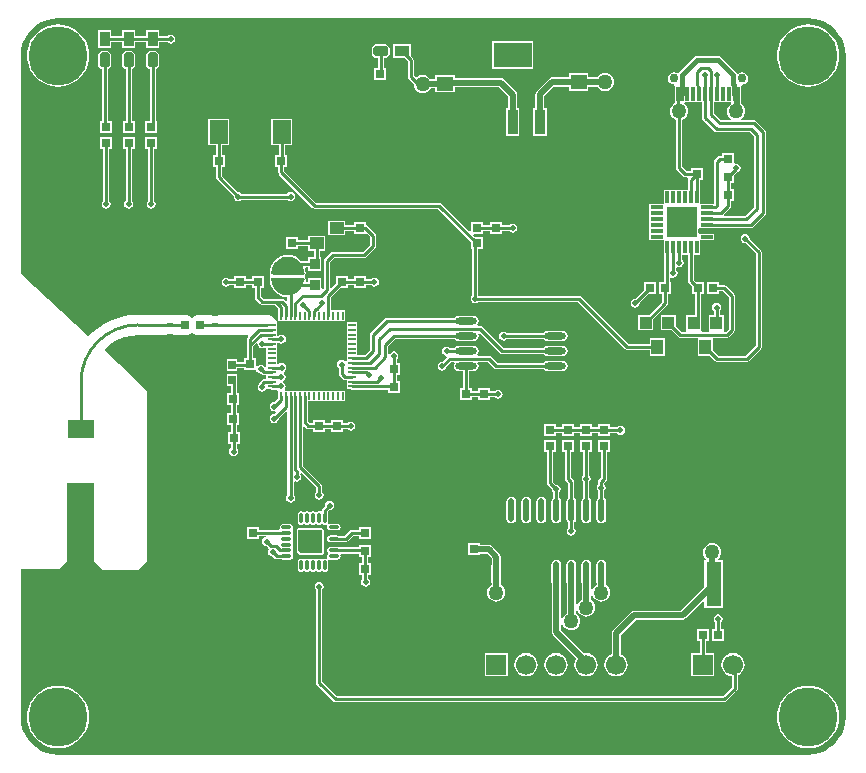
<source format=gtl>
G04*
G04 #@! TF.GenerationSoftware,Altium Limited,Altium Designer,18.0.10 (644)*
G04*
G04 Layer_Physical_Order=1*
G04 Layer_Color=255*
%FSLAX25Y25*%
%MOIN*%
G70*
G01*
G75*
%ADD10C,0.01000*%
%ADD22R,0.01181X0.04528*%
%ADD23R,0.01181X0.04528*%
%ADD24R,0.01180X0.04520*%
%ADD25R,0.01180X0.04520*%
%ADD26R,0.03937X0.03937*%
%ADD27O,0.01102X0.03543*%
%ADD28R,0.01102X0.03543*%
%ADD29O,0.03543X0.01102*%
%ADD30R,0.05118X0.14961*%
%ADD31O,0.05118X0.14961*%
%ADD32R,0.03000X0.03000*%
%ADD33R,0.03000X0.03000*%
%ADD34R,0.04000X0.04000*%
%ADD35R,0.04000X0.05000*%
%ADD36R,0.05906X0.07874*%
G04:AMPARAMS|DCode=37|XSize=50mil|YSize=35mil|CornerRadius=0mil|HoleSize=0mil|Usage=FLASHONLY|Rotation=270.000|XOffset=0mil|YOffset=0mil|HoleType=Round|Shape=Octagon|*
%AMOCTAGOND37*
4,1,8,-0.00875,-0.02500,0.00875,-0.02500,0.01750,-0.01625,0.01750,0.01625,0.00875,0.02500,-0.00875,0.02500,-0.01750,0.01625,-0.01750,-0.01625,-0.00875,-0.02500,0.0*
%
%ADD37OCTAGOND37*%

%ADD38R,0.03500X0.05000*%
G04:AMPARAMS|DCode=39|XSize=50mil|YSize=35mil|CornerRadius=0mil|HoleSize=0mil|Usage=FLASHONLY|Rotation=180.000|XOffset=0mil|YOffset=0mil|HoleType=Round|Shape=Octagon|*
%AMOCTAGOND39*
4,1,8,-0.02500,0.00875,-0.02500,-0.00875,-0.01625,-0.01750,0.01625,-0.01750,0.02500,-0.00875,0.02500,0.00875,0.01625,0.01750,-0.01625,0.01750,-0.02500,0.00875,0.0*
%
%ADD39OCTAGOND39*%

%ADD40R,0.05000X0.03500*%
%ADD41R,0.02618X0.00787*%
%ADD42R,0.00787X0.02618*%
%ADD43R,0.15748X0.15748*%
%ADD44R,0.02500X0.03000*%
%ADD45R,0.12598X0.08268*%
%ADD46R,0.03543X0.08268*%
%ADD47R,0.05512X0.04724*%
%ADD48R,0.04724X0.03937*%
%ADD49R,0.03500X0.03500*%
%ADD50R,0.08661X0.05906*%
%ADD51R,0.03000X0.02500*%
%ADD52R,0.01968X0.01575*%
%ADD53R,0.03937X0.01181*%
%ADD54R,0.01181X0.03937*%
%ADD55R,0.09843X0.09843*%
%ADD56O,0.02165X0.07874*%
%ADD57O,0.07200X0.02400*%
%ADD101C,0.01150*%
%ADD102C,0.03937*%
%ADD103C,0.01575*%
%ADD104C,0.02000*%
%ADD105C,0.00578*%
%ADD106C,0.02953*%
%ADD107O,0.04724X0.07874*%
%ADD108O,0.04724X0.09055*%
%ADD109C,0.06693*%
%ADD110R,0.06693X0.06693*%
%ADD111C,0.01968*%
%ADD112C,0.05000*%
%ADD113C,0.19685*%
%ADD114C,0.02400*%
G36*
X124961Y397462D02*
Y397462D01*
X125447Y397480D01*
X373544D01*
X374039Y397462D01*
D01*
X374531Y397495D01*
X376455Y397344D01*
X378362Y396886D01*
X380174Y396136D01*
X381846Y395111D01*
X383337Y393837D01*
X384611Y392346D01*
X385636Y390674D01*
X386386Y388862D01*
X386844Y386955D01*
X386995Y385031D01*
X386962Y384539D01*
X386962D01*
X386980Y384053D01*
Y381000D01*
X386980Y165456D01*
X386962Y164962D01*
D01*
X386995Y164469D01*
X386844Y162545D01*
X386386Y160638D01*
X385636Y158826D01*
X384611Y157154D01*
X383337Y155663D01*
X381846Y154389D01*
X380174Y153364D01*
X378362Y152614D01*
X376455Y152156D01*
X374531Y152005D01*
X374039Y152039D01*
Y152039D01*
X373553Y152020D01*
X125456Y152020D01*
X124961Y152039D01*
D01*
X124469Y152005D01*
X122545Y152156D01*
X120638Y152614D01*
X118826Y153364D01*
X117154Y154389D01*
X115663Y155663D01*
X114389Y157154D01*
X113364Y158826D01*
X112614Y160638D01*
X112156Y162545D01*
X112005Y164469D01*
X112039Y164962D01*
X112039D01*
X112020Y165447D01*
Y214000D01*
X125000Y214000D01*
X127500Y216500D01*
X127500Y242500D01*
X136500D01*
Y216500D01*
X139500Y213500D01*
X151000D01*
X154000Y216500D01*
X154000Y273339D01*
X149839Y277500D01*
X139689Y286778D01*
X140091Y287249D01*
X141953Y288840D01*
X144042Y290120D01*
X146306Y291057D01*
X148688Y291629D01*
X151000Y291811D01*
X151130Y291794D01*
X166648D01*
X167535Y291911D01*
X168361Y292253D01*
X169071Y292798D01*
X169502Y292538D01*
X169934Y292206D01*
X170761Y291864D01*
X171648Y291747D01*
X187652D01*
X187843Y291285D01*
X187779Y291221D01*
X187558Y290890D01*
X187480Y290500D01*
Y288500D01*
Y284118D01*
X186500D01*
Y283020D01*
X184250D01*
Y284000D01*
X180750D01*
Y280000D01*
X184250D01*
Y280980D01*
X186500D01*
Y280118D01*
X190500D01*
X190593Y279962D01*
X190602Y279921D01*
X190602Y279921D01*
X190930Y279430D01*
X191421Y279102D01*
X192000Y278987D01*
X192060Y278998D01*
X192353Y278705D01*
X192684Y278484D01*
X193074Y278406D01*
X193838D01*
Y277296D01*
X193276D01*
X192886Y277218D01*
X192555Y276997D01*
X191779Y276221D01*
X191558Y275890D01*
X191504Y275620D01*
X191430Y275570D01*
X191102Y275079D01*
X190987Y274500D01*
X191102Y273921D01*
X191430Y273430D01*
X191921Y273102D01*
X192500Y272987D01*
X193079Y273102D01*
X193570Y273430D01*
X193838Y273808D01*
Y273808D01*
X193838Y273808D01*
X195185D01*
X195257Y273760D01*
X195647Y273682D01*
X197578D01*
X197933Y273331D01*
Y271985D01*
X197885Y271913D01*
X197807Y271522D01*
Y270749D01*
X196560Y269501D01*
X196500Y269513D01*
X195921Y269398D01*
X195430Y269070D01*
X195102Y268579D01*
X194987Y268000D01*
X195102Y267421D01*
X195430Y266930D01*
X195921Y266602D01*
X196500Y266487D01*
X196922Y266570D01*
X197168Y266110D01*
X196560Y265501D01*
X196500Y265513D01*
X195921Y265398D01*
X195430Y265070D01*
X195102Y264579D01*
X194987Y264000D01*
X195102Y263421D01*
X195430Y262930D01*
X195921Y262602D01*
X196500Y262487D01*
X197079Y262602D01*
X197570Y262930D01*
X197898Y263421D01*
X198013Y264000D01*
X198002Y264060D01*
X200495Y266553D01*
X200957Y266361D01*
Y238588D01*
X200930Y238570D01*
X200602Y238079D01*
X200487Y237500D01*
X200602Y236921D01*
X200930Y236430D01*
X201421Y236102D01*
X202000Y235987D01*
X202579Y236102D01*
X203070Y236430D01*
X203398Y236921D01*
X203513Y237500D01*
X203398Y238079D01*
X203070Y238570D01*
X202996Y238620D01*
Y242871D01*
X203496Y243087D01*
X204000Y242987D01*
X204579Y243102D01*
X205070Y243430D01*
X205398Y243921D01*
X205513Y244500D01*
X205398Y245079D01*
X205204Y245369D01*
X205251Y245600D01*
X205794Y245764D01*
X210480Y241078D01*
Y239604D01*
X210430Y239570D01*
X210102Y239079D01*
X209987Y238500D01*
X210102Y237921D01*
X210430Y237430D01*
X210921Y237102D01*
X211500Y236987D01*
X212079Y237102D01*
X212570Y237430D01*
X212898Y237921D01*
X213013Y238500D01*
X212898Y239079D01*
X212570Y239570D01*
X212520Y239604D01*
Y241500D01*
X212442Y241890D01*
X212221Y242221D01*
X206145Y248296D01*
Y261259D01*
X206607Y261451D01*
X207220Y260838D01*
X207550Y260617D01*
X207941Y260540D01*
X209500D01*
Y259559D01*
X213500D01*
Y260540D01*
X215500D01*
Y259559D01*
X219500D01*
Y260480D01*
X220896D01*
X220930Y260430D01*
X221421Y260102D01*
X222000Y259987D01*
X222579Y260102D01*
X223070Y260430D01*
X223398Y260921D01*
X223513Y261500D01*
X223398Y262079D01*
X223070Y262570D01*
X222579Y262898D01*
X222000Y263013D01*
X221421Y262898D01*
X220930Y262570D01*
X220896Y262520D01*
X219500D01*
Y263559D01*
X215500D01*
Y262579D01*
X213500D01*
Y263559D01*
X209500D01*
Y262579D01*
X208363D01*
X207720Y263222D01*
Y269713D01*
X220193D01*
Y273331D01*
X200251D01*
X200002Y273831D01*
X200197Y274123D01*
X200312Y274702D01*
X200197Y275281D01*
X199869Y275772D01*
X199555Y275981D01*
X199530Y276078D01*
X199554Y276533D01*
X199555Y276536D01*
X199921Y276781D01*
X200249Y277272D01*
X200364Y277851D01*
X200249Y278430D01*
X199921Y278921D01*
X199646Y279105D01*
X199623Y279278D01*
X199682Y279670D01*
X200070Y279930D01*
X200398Y280421D01*
X200513Y281000D01*
X200398Y281579D01*
X200070Y282070D01*
X199579Y282398D01*
X199000Y282513D01*
X198421Y282398D01*
X197956Y282088D01*
X197456Y282193D01*
Y284832D01*
Y289113D01*
X197660Y289241D01*
X197956Y289328D01*
X198371Y289052D01*
X198950Y288936D01*
X199529Y289052D01*
X200020Y289380D01*
X200348Y289871D01*
X200463Y290450D01*
X200348Y291029D01*
X200020Y291520D01*
X199529Y291848D01*
X198950Y291963D01*
X198371Y291848D01*
X197956Y291571D01*
X197660Y291658D01*
X197456Y291787D01*
Y296068D01*
X197307D01*
X196968Y296887D01*
X196423Y297597D01*
X195713Y298142D01*
X194887Y298484D01*
X194000Y298601D01*
X171648D01*
X170761Y298484D01*
X169934Y298142D01*
X169547Y297845D01*
X169115Y297663D01*
X168794Y297857D01*
X168361Y298189D01*
X167535Y298531D01*
X166648Y298648D01*
X151130D01*
Y298667D01*
X148199Y298475D01*
X145318Y297901D01*
X142536Y296957D01*
X139901Y295658D01*
X137459Y294026D01*
X135250Y292089D01*
X134875Y291661D01*
X134376Y291634D01*
X112020Y312068D01*
Y384044D01*
X112039Y384539D01*
D01*
X112005Y385031D01*
X112156Y386955D01*
X112614Y388862D01*
X113364Y390674D01*
X114389Y392346D01*
X115663Y393837D01*
X117154Y395111D01*
X118826Y396136D01*
X120638Y396886D01*
X122545Y397344D01*
X124469Y397495D01*
X124961Y397462D01*
D02*
G37*
G36*
X190633Y289045D02*
X191014Y288865D01*
X191102Y288421D01*
X191430Y287930D01*
X191921Y287602D01*
X192500Y287487D01*
X193079Y287602D01*
X193338Y287775D01*
X193838Y287593D01*
Y284832D01*
Y281252D01*
X193770Y281225D01*
X193338Y281169D01*
X193070Y281570D01*
X192579Y281898D01*
X192000Y282013D01*
X191421Y281898D01*
X191000Y281617D01*
X190718Y281697D01*
X190500Y281827D01*
Y284118D01*
X189520D01*
Y288078D01*
X190503Y289061D01*
X190633Y289045D01*
D02*
G37*
%LPC*%
G36*
X150250Y393500D02*
X145750D01*
Y391519D01*
X142276D01*
Y393499D01*
X137776D01*
Y387499D01*
X142276D01*
Y389480D01*
X145750D01*
Y387500D01*
X150250D01*
Y389480D01*
X153776D01*
Y387499D01*
X158276D01*
Y389480D01*
X160897D01*
X160930Y389430D01*
X161421Y389102D01*
X162000Y388987D01*
X162579Y389102D01*
X163070Y389430D01*
X163398Y389921D01*
X163513Y390500D01*
X163398Y391079D01*
X163070Y391570D01*
X162579Y391898D01*
X162000Y392013D01*
X161421Y391898D01*
X160930Y391570D01*
X160896Y391519D01*
X158276D01*
Y393499D01*
X153776D01*
Y391519D01*
X150250D01*
Y393500D01*
D02*
G37*
G36*
X282799Y389854D02*
X269201D01*
Y380587D01*
X282799D01*
Y389854D01*
D02*
G37*
G36*
X344500Y384813D02*
X337523D01*
X337020Y384713D01*
X336594Y384428D01*
X331613Y379447D01*
X331329Y379021D01*
X330825Y379051D01*
X330549Y379236D01*
X329778Y379389D01*
X329006Y379236D01*
X328353Y378799D01*
X327916Y378145D01*
X327762Y377374D01*
X327916Y376603D01*
X328353Y375949D01*
X329006Y375512D01*
X329683Y375378D01*
X329876Y375175D01*
X330025Y374898D01*
Y369492D01*
X330025Y369492D01*
X329891Y369047D01*
X329360Y368640D01*
X328879Y368013D01*
X328577Y367283D01*
X328474Y366500D01*
X328577Y365717D01*
X328879Y364987D01*
X329360Y364360D01*
X329987Y363879D01*
X330480Y363675D01*
Y347500D01*
X330558Y347110D01*
X330779Y346779D01*
X332861Y344697D01*
X333192Y344476D01*
X333582Y344398D01*
X334292D01*
X334536Y343898D01*
X334444Y343761D01*
X334366Y343371D01*
Y340311D01*
X326421D01*
Y335827D01*
X326421Y335488D01*
X326083Y335488D01*
X321598D01*
Y331339D01*
Y327401D01*
Y323464D01*
X326083D01*
X326421Y323464D01*
X326421Y323126D01*
Y318642D01*
X326492D01*
Y309476D01*
X324933D01*
Y305476D01*
X325914D01*
Y302899D01*
X321491Y298476D01*
X317933D01*
Y293476D01*
X322933D01*
Y297034D01*
X327654Y301755D01*
X327875Y302086D01*
X327953Y302476D01*
Y305476D01*
X328933D01*
Y309476D01*
X328531D01*
Y310806D01*
X329031Y311080D01*
X329500Y310987D01*
X330079Y311102D01*
X330570Y311430D01*
X330898Y311921D01*
X331013Y312500D01*
X330898Y313079D01*
X330570Y313570D01*
X330500Y313617D01*
Y314350D01*
X331000Y314586D01*
X331500Y314487D01*
X332079Y314602D01*
X332570Y314930D01*
X332898Y315421D01*
X333013Y316000D01*
X332898Y316579D01*
X332570Y317070D01*
X332520Y317104D01*
Y318642D01*
X334366D01*
Y309905D01*
X334444Y309515D01*
X334665Y309184D01*
X335815Y308034D01*
Y305476D01*
X336795D01*
Y298476D01*
X333933D01*
Y293520D01*
X333933Y293476D01*
X333828Y293020D01*
X332332D01*
X330433Y294918D01*
Y298476D01*
X325433D01*
Y293476D01*
X328991D01*
X331188Y291279D01*
X331519Y291058D01*
X331909Y290980D01*
X337235D01*
X337733Y290976D01*
X337733Y290480D01*
Y284976D01*
X341791D01*
X343488Y283279D01*
X343819Y283058D01*
X344209Y282980D01*
X354000D01*
X354390Y283058D01*
X354721Y283279D01*
X358721Y287279D01*
X358942Y287610D01*
X359020Y288000D01*
Y319500D01*
X358942Y319890D01*
X358721Y320221D01*
X355001Y323940D01*
X355013Y324000D01*
X354898Y324579D01*
X354570Y325070D01*
X354079Y325398D01*
X353500Y325513D01*
X352921Y325398D01*
X352430Y325070D01*
X352102Y324579D01*
X351987Y324000D01*
X352102Y323421D01*
X352430Y322930D01*
X352921Y322602D01*
X353500Y322487D01*
X353560Y322498D01*
X356980Y319078D01*
Y288422D01*
X353578Y285020D01*
X344632D01*
X342733Y286918D01*
X342733Y290976D01*
X343231Y290980D01*
X347500D01*
X347890Y291058D01*
X348221Y291279D01*
X349721Y292779D01*
X349942Y293110D01*
X350020Y293500D01*
Y305000D01*
X349942Y305390D01*
X349721Y305721D01*
X347245Y308197D01*
X346914Y308418D01*
X346524Y308496D01*
X344933D01*
Y309476D01*
X340933D01*
Y305476D01*
X344933D01*
Y306457D01*
X346101D01*
X347980Y304578D01*
Y293922D01*
X347078Y293020D01*
X346538D01*
X346433Y293476D01*
X346433Y293520D01*
Y298476D01*
X345020D01*
Y299896D01*
X345070Y299930D01*
X345398Y300421D01*
X345513Y301000D01*
X345398Y301579D01*
X345070Y302070D01*
X344579Y302398D01*
X344000Y302513D01*
X343421Y302398D01*
X342930Y302070D01*
X342602Y301579D01*
X342487Y301000D01*
X342602Y300421D01*
X342930Y299930D01*
X342980Y299896D01*
Y298476D01*
X341433D01*
Y293520D01*
X341433Y293476D01*
X341329Y293020D01*
X339038D01*
X338933Y293476D01*
X338933Y293520D01*
Y298476D01*
X338835D01*
Y305476D01*
X339815D01*
Y309476D01*
X337257D01*
X336405Y310328D01*
Y318642D01*
X338445D01*
Y323126D01*
X338445Y323464D01*
X338783Y323464D01*
X343268D01*
Y325646D01*
X338354D01*
X338331Y325646D01*
X337854Y325703D01*
Y327344D01*
X338331Y327401D01*
X338354Y327401D01*
X343268D01*
Y327472D01*
X355492D01*
X355882Y327550D01*
X356213Y327771D01*
X360221Y331779D01*
X360442Y332110D01*
X360520Y332500D01*
Y359500D01*
X360442Y359890D01*
X360221Y360221D01*
X357221Y363221D01*
X356890Y363442D01*
X356500Y363520D01*
X352365D01*
X352196Y364020D01*
X352640Y364360D01*
X353120Y364987D01*
X353423Y365717D01*
X353526Y366500D01*
X353423Y367283D01*
X353120Y368013D01*
X352640Y368640D01*
X352160Y369008D01*
X352285Y369508D01*
X352285D01*
Y374899D01*
X352439Y375185D01*
X352642Y375380D01*
X353305Y375512D01*
X353958Y375949D01*
X354395Y376603D01*
X354549Y377374D01*
X354395Y378145D01*
X353958Y378799D01*
X353305Y379236D01*
X352534Y379389D01*
X351762Y379236D01*
X351245Y378890D01*
X350795Y378985D01*
X350678Y379054D01*
X350428Y379428D01*
X345428Y384428D01*
X345002Y384713D01*
X344500Y384813D01*
D02*
G37*
G36*
X306807Y379219D02*
X306024Y379116D01*
X305294Y378813D01*
X304667Y378332D01*
X304199Y377722D01*
X301256D01*
Y379055D01*
X294744D01*
Y377722D01*
X289193D01*
X288608Y377606D01*
X288111Y377274D01*
X283974Y373137D01*
X283642Y372640D01*
X283526Y372055D01*
Y367413D01*
X282784D01*
Y358146D01*
X287327D01*
Y367413D01*
X286584D01*
Y371422D01*
X289826Y374663D01*
X294744D01*
Y373331D01*
X301256D01*
Y374663D01*
X304199D01*
X304667Y374053D01*
X305294Y373572D01*
X306024Y373270D01*
X306807Y373167D01*
X307590Y373270D01*
X308320Y373572D01*
X308947Y374053D01*
X309428Y374680D01*
X309730Y375410D01*
X309833Y376193D01*
X309730Y376976D01*
X309428Y377706D01*
X308947Y378332D01*
X308320Y378813D01*
X307590Y379116D01*
X306807Y379219D01*
D02*
G37*
G36*
X233875Y388724D02*
X230124D01*
X228999Y387599D01*
Y385349D01*
X230124Y384224D01*
X230980D01*
Y381000D01*
X229941D01*
Y377000D01*
X233941D01*
Y381000D01*
X233019D01*
Y384224D01*
X233875D01*
X234999Y385349D01*
Y387599D01*
X233875Y388724D01*
D02*
G37*
G36*
X374500Y395374D02*
X372877Y395247D01*
X371294Y394867D01*
X369790Y394244D01*
X368402Y393393D01*
X367164Y392336D01*
X366107Y391098D01*
X365256Y389710D01*
X364633Y388206D01*
X364253Y386623D01*
X364125Y385000D01*
X364253Y383377D01*
X364633Y381794D01*
X365256Y380290D01*
X366107Y378902D01*
X367164Y377664D01*
X368402Y376607D01*
X369790Y375756D01*
X371294Y375133D01*
X372877Y374753D01*
X374500Y374625D01*
X376123Y374753D01*
X377706Y375133D01*
X379210Y375756D01*
X380598Y376607D01*
X381836Y377664D01*
X382893Y378902D01*
X383744Y380290D01*
X384367Y381794D01*
X384747Y383377D01*
X384875Y385000D01*
X384747Y386623D01*
X384367Y388206D01*
X383744Y389710D01*
X382893Y391098D01*
X381836Y392336D01*
X380598Y393393D01*
X379210Y394244D01*
X377706Y394867D01*
X376123Y395247D01*
X374500Y395374D01*
D02*
G37*
G36*
X124500D02*
X122877Y395247D01*
X121294Y394867D01*
X119790Y394244D01*
X118402Y393393D01*
X117164Y392336D01*
X116107Y391098D01*
X115256Y389710D01*
X114633Y388206D01*
X114253Y386623D01*
X114126Y385000D01*
X114253Y383377D01*
X114633Y381794D01*
X115256Y380290D01*
X116107Y378902D01*
X117164Y377664D01*
X118402Y376607D01*
X119790Y375756D01*
X121294Y375133D01*
X122877Y374753D01*
X124500Y374625D01*
X126123Y374753D01*
X127706Y375133D01*
X129210Y375756D01*
X130598Y376607D01*
X131836Y377664D01*
X132893Y378902D01*
X133744Y380290D01*
X134367Y381794D01*
X134747Y383377D01*
X134874Y385000D01*
X134747Y386623D01*
X134367Y388206D01*
X133744Y389710D01*
X132893Y391098D01*
X131836Y392336D01*
X130598Y393393D01*
X129210Y394244D01*
X127706Y394867D01*
X126123Y395247D01*
X124500Y395374D01*
D02*
G37*
G36*
X157151Y386500D02*
X154901D01*
X153776Y385374D01*
Y381625D01*
X154901Y380500D01*
X155006D01*
Y363059D01*
X153500D01*
Y359059D01*
X157500D01*
Y363059D01*
X157045D01*
Y380500D01*
X157151D01*
X158276Y381625D01*
Y385374D01*
X157151Y386500D01*
D02*
G37*
G36*
X149125Y386500D02*
X146875D01*
X145750Y385375D01*
Y381625D01*
X146875Y380500D01*
X146980D01*
Y363059D01*
X146000D01*
Y359059D01*
X150000D01*
Y363059D01*
X149019D01*
Y380500D01*
X149125D01*
X150250Y381625D01*
Y385375D01*
X149125Y386500D01*
D02*
G37*
G36*
X141151Y386500D02*
X138901D01*
X137776Y385374D01*
Y381625D01*
X138901Y380500D01*
X139006D01*
Y363059D01*
X138500D01*
Y359059D01*
X142500D01*
Y363059D01*
X141045D01*
Y380500D01*
X141151D01*
X142276Y381625D01*
Y385374D01*
X141151Y386500D01*
D02*
G37*
G36*
X242000Y388724D02*
X235999D01*
Y384224D01*
X239808D01*
X240980Y383052D01*
Y378000D01*
X241058Y377610D01*
X241279Y377279D01*
X242984Y375574D01*
X242974Y375500D01*
X243077Y374717D01*
X243379Y373987D01*
X243860Y373360D01*
X244487Y372880D01*
X245217Y372577D01*
X246000Y372474D01*
X246783Y372577D01*
X247513Y372880D01*
X248140Y373360D01*
X248621Y373987D01*
X248694Y374164D01*
X250244D01*
Y372831D01*
X256756D01*
Y374471D01*
X271367D01*
X274471Y371367D01*
Y367413D01*
X273728D01*
Y358146D01*
X278272D01*
Y367413D01*
X277529D01*
Y372000D01*
X277413Y372585D01*
X277081Y373081D01*
X273081Y377081D01*
X272585Y377413D01*
X272000Y377529D01*
X256756D01*
Y378555D01*
X250244D01*
Y377222D01*
X248460D01*
X248140Y377640D01*
X247513Y378120D01*
X246783Y378423D01*
X246000Y378526D01*
X245217Y378423D01*
X244487Y378120D01*
X243860Y377640D01*
X243806Y377636D01*
X243020Y378422D01*
Y383474D01*
X242942Y383864D01*
X242721Y384195D01*
X242000Y384916D01*
Y388724D01*
D02*
G37*
G36*
X181453Y363937D02*
X174547D01*
Y355063D01*
X176980D01*
Y352000D01*
X176059D01*
Y348000D01*
X177039D01*
Y344441D01*
X177117Y344051D01*
X177338Y343720D01*
X182999Y338060D01*
X182987Y338000D01*
X183102Y337421D01*
X183430Y336930D01*
X183921Y336602D01*
X184500Y336487D01*
X185079Y336602D01*
X185570Y336930D01*
X185604Y336980D01*
X200896D01*
X200930Y336930D01*
X201421Y336602D01*
X202000Y336487D01*
X202579Y336602D01*
X203070Y336930D01*
X203398Y337421D01*
X203513Y338000D01*
X203398Y338579D01*
X203070Y339070D01*
X202579Y339398D01*
X202000Y339513D01*
X201421Y339398D01*
X200930Y339070D01*
X200896Y339020D01*
X185604D01*
X185570Y339070D01*
X185079Y339398D01*
X184500Y339513D01*
X184440Y339502D01*
X179078Y344864D01*
Y348000D01*
X180059D01*
Y352000D01*
X179020D01*
Y355063D01*
X181453D01*
Y363937D01*
D02*
G37*
G36*
X157500Y357941D02*
X153500D01*
Y353941D01*
X154480D01*
Y336604D01*
X154430Y336570D01*
X154102Y336079D01*
X153987Y335500D01*
X154102Y334921D01*
X154430Y334430D01*
X154921Y334102D01*
X155500Y333987D01*
X156079Y334102D01*
X156570Y334430D01*
X156898Y334921D01*
X157013Y335500D01*
X156898Y336079D01*
X156570Y336570D01*
X156520Y336604D01*
Y353941D01*
X157500D01*
Y357941D01*
D02*
G37*
G36*
X150000D02*
X146000D01*
Y353941D01*
X146980D01*
Y336604D01*
X146930Y336570D01*
X146602Y336079D01*
X146487Y335500D01*
X146602Y334921D01*
X146930Y334430D01*
X147421Y334102D01*
X148000Y333987D01*
X148579Y334102D01*
X149070Y334430D01*
X149398Y334921D01*
X149513Y335500D01*
X149398Y336079D01*
X149070Y336570D01*
X149020Y336604D01*
Y353941D01*
X150000D01*
Y357941D01*
D02*
G37*
G36*
X142500D02*
X138500D01*
Y353941D01*
X139480D01*
Y336604D01*
X139430Y336570D01*
X139102Y336079D01*
X138987Y335500D01*
X139102Y334921D01*
X139430Y334430D01*
X139921Y334102D01*
X140500Y333987D01*
X141079Y334102D01*
X141570Y334430D01*
X141898Y334921D01*
X142013Y335500D01*
X141898Y336079D01*
X141570Y336570D01*
X141519Y336604D01*
Y353941D01*
X142500D01*
Y357941D01*
D02*
G37*
G36*
X202453Y363937D02*
X195547D01*
Y355063D01*
X197980D01*
Y352000D01*
X196941D01*
Y348000D01*
X197922D01*
Y346059D01*
X197999Y345669D01*
X198220Y345338D01*
X209279Y334279D01*
X209610Y334058D01*
X210000Y333980D01*
X251019D01*
X262000Y322999D01*
Y320441D01*
X262480D01*
Y305104D01*
X262430Y305070D01*
X262102Y304579D01*
X261987Y304000D01*
X262102Y303421D01*
X262430Y302930D01*
X262921Y302602D01*
X263500Y302487D01*
X264079Y302602D01*
X264570Y302930D01*
X264604Y302980D01*
X297578D01*
X313303Y287255D01*
X313633Y287034D01*
X314024Y286957D01*
X321733D01*
Y284976D01*
X326733D01*
Y290976D01*
X321733D01*
Y288996D01*
X314446D01*
X298721Y304721D01*
X298390Y304942D01*
X298000Y305020D01*
X264604D01*
X264570Y305070D01*
X264520Y305104D01*
Y320441D01*
X266000D01*
Y324441D01*
X263442D01*
X262786Y325097D01*
X262977Y325559D01*
X266000D01*
Y326539D01*
X268500D01*
Y325559D01*
X272500D01*
Y326539D01*
X274857D01*
X274930Y326430D01*
X275421Y326102D01*
X276000Y325987D01*
X276579Y326102D01*
X277070Y326430D01*
X277398Y326921D01*
X277513Y327500D01*
X277398Y328079D01*
X277070Y328570D01*
X276579Y328898D01*
X276000Y329013D01*
X275421Y328898D01*
X274942Y328578D01*
X272500D01*
Y329559D01*
X268500D01*
Y328578D01*
X266000D01*
Y329559D01*
X262000D01*
Y326536D01*
X261538Y326344D01*
X252162Y335721D01*
X251831Y335942D01*
X251441Y336020D01*
X210422D01*
X199961Y346481D01*
Y348000D01*
X200941D01*
Y352000D01*
X200020D01*
Y355063D01*
X202453D01*
Y363937D01*
D02*
G37*
G36*
X220209Y330028D02*
X214484D01*
Y325091D01*
X220209D01*
Y326539D01*
X223000D01*
Y325559D01*
X227000D01*
Y325559D01*
X227353Y325705D01*
X228480Y324578D01*
Y321922D01*
X226078Y319520D01*
X216000D01*
X215610Y319442D01*
X215279Y319221D01*
X213279Y317221D01*
X213058Y316890D01*
X212980Y316500D01*
Y307539D01*
X212750Y307358D01*
X212250Y307593D01*
Y310750D01*
X207750D01*
Y309646D01*
X207333Y309591D01*
X206975Y309955D01*
X207029Y310500D01*
X207020D01*
X206942Y310890D01*
X206721Y311221D01*
Y311779D01*
X206942Y312110D01*
X207020Y312500D01*
X207029D01*
X206913Y313676D01*
X206791Y314079D01*
X207089Y314480D01*
X207750D01*
Y313250D01*
X212250D01*
Y317750D01*
X211673D01*
Y319972D01*
X213516D01*
Y324909D01*
X207791D01*
Y323461D01*
X204500D01*
Y324441D01*
X200500D01*
Y320441D01*
X204500D01*
Y321422D01*
X207791D01*
Y319972D01*
X209634D01*
Y317750D01*
X207750D01*
Y316520D01*
X205463D01*
X205263Y316763D01*
X204349Y317513D01*
X203307Y318070D01*
X202176Y318413D01*
X201000Y318529D01*
X199824Y318413D01*
X198693Y318070D01*
X197651Y317513D01*
X196737Y316763D01*
X195987Y315849D01*
X195430Y314807D01*
X195087Y313676D01*
X194971Y312500D01*
X194980D01*
X195058Y312110D01*
X195279Y311779D01*
Y311221D01*
X195058Y310890D01*
X194980Y310500D01*
X194971D01*
X195087Y309324D01*
X195430Y308193D01*
X195987Y307151D01*
X196737Y306237D01*
X197651Y305487D01*
X198693Y304930D01*
X199824Y304587D01*
X200957Y304475D01*
Y303139D01*
X200495Y302947D01*
X199721Y303721D01*
X199390Y303942D01*
X199000Y304020D01*
X192922D01*
X192020Y304922D01*
Y307441D01*
X193000D01*
Y311441D01*
X189000D01*
Y310460D01*
X187000D01*
Y311441D01*
X183000D01*
Y310460D01*
X181643D01*
X181570Y310570D01*
X181079Y310898D01*
X180500Y311013D01*
X179921Y310898D01*
X179430Y310570D01*
X179102Y310079D01*
X178987Y309500D01*
X179102Y308921D01*
X179430Y308430D01*
X179921Y308102D01*
X180500Y307987D01*
X181079Y308102D01*
X181557Y308421D01*
X183000D01*
Y307441D01*
X187000D01*
Y308421D01*
X189000D01*
Y307441D01*
X189981D01*
Y304500D01*
X190058Y304110D01*
X190279Y303779D01*
X191779Y302279D01*
X192110Y302058D01*
X192500Y301980D01*
X196578D01*
X197807Y300751D01*
Y298353D01*
X197885Y297963D01*
X197933Y297891D01*
Y296544D01*
X220193D01*
Y300162D01*
X215594D01*
Y304593D01*
X218442Y307441D01*
X221000D01*
Y308421D01*
X223000D01*
Y307441D01*
X227000D01*
Y308421D01*
X228837D01*
X228871Y308370D01*
X229362Y308043D01*
X229941Y307927D01*
X230520Y308043D01*
X231011Y308370D01*
X231339Y308861D01*
X231454Y309441D01*
X231339Y310020D01*
X231011Y310511D01*
X230520Y310839D01*
X229941Y310954D01*
X229362Y310839D01*
X228871Y310511D01*
X228837Y310460D01*
X227000D01*
Y311441D01*
X223000D01*
Y310460D01*
X221000D01*
Y311441D01*
X217000D01*
Y308882D01*
X215520Y307402D01*
X215020Y307609D01*
Y316078D01*
X216422Y317480D01*
X226500D01*
X226890Y317558D01*
X227221Y317779D01*
X230221Y320779D01*
X230442Y321110D01*
X230520Y321500D01*
Y325000D01*
X230442Y325390D01*
X230221Y325721D01*
X227662Y328280D01*
X227331Y328501D01*
X227000Y328567D01*
Y329559D01*
X223000D01*
Y328578D01*
X220209D01*
Y330028D01*
D02*
G37*
G36*
X323815Y309476D02*
X319815D01*
Y306918D01*
X316898Y304001D01*
X316839Y304013D01*
X316260Y303898D01*
X315769Y303570D01*
X315441Y303079D01*
X315325Y302500D01*
X315441Y301921D01*
X315769Y301430D01*
X316260Y301102D01*
X316839Y300987D01*
X317418Y301102D01*
X317909Y301430D01*
X318237Y301921D01*
X318352Y302500D01*
X318340Y302560D01*
X321257Y305476D01*
X323815D01*
Y309476D01*
D02*
G37*
G36*
X292569Y293233D02*
X287769D01*
X287106Y293101D01*
X286544Y292726D01*
X286406Y292520D01*
X274104D01*
X274070Y292570D01*
X273579Y292898D01*
X273000Y293013D01*
X272421Y292898D01*
X271930Y292570D01*
X271602Y292079D01*
X271487Y291500D01*
X271602Y290921D01*
X271930Y290430D01*
X272421Y290102D01*
X273000Y289987D01*
X273579Y290102D01*
X274070Y290430D01*
X274104Y290480D01*
X286406D01*
X286544Y290274D01*
X287106Y289899D01*
X287769Y289767D01*
X292569D01*
X293233Y289899D01*
X293795Y290274D01*
X294171Y290837D01*
X294303Y291500D01*
X294171Y292163D01*
X293795Y292726D01*
X293233Y293101D01*
X292569Y293233D01*
D02*
G37*
G36*
X262900Y288233D02*
X258100D01*
X257437Y288101D01*
X256874Y287726D01*
X256737Y287520D01*
X255104D01*
X255070Y287570D01*
X254579Y287898D01*
X254000Y288013D01*
X253421Y287898D01*
X252930Y287570D01*
X252602Y287079D01*
X252487Y286500D01*
X252602Y285921D01*
X252930Y285430D01*
X253421Y285102D01*
X253865Y285014D01*
X254045Y284633D01*
X254062Y284503D01*
X252560Y283001D01*
X252500Y283013D01*
X251921Y282898D01*
X251430Y282570D01*
X251102Y282079D01*
X250987Y281500D01*
X251102Y280921D01*
X251430Y280430D01*
X251921Y280102D01*
X252500Y279987D01*
X253079Y280102D01*
X253570Y280430D01*
X253898Y280921D01*
X254013Y281500D01*
X254001Y281560D01*
X255422Y282980D01*
X256443D01*
X256711Y282480D01*
X256499Y282163D01*
X256367Y281500D01*
X256499Y280837D01*
X256874Y280274D01*
X257437Y279899D01*
X258100Y279767D01*
X259480D01*
Y274118D01*
X258500D01*
Y270118D01*
X262500D01*
Y271098D01*
X264500D01*
Y270118D01*
X268500D01*
Y271098D01*
X270014D01*
X270048Y271048D01*
X270539Y270720D01*
X271118Y270605D01*
X271697Y270720D01*
X272188Y271048D01*
X272516Y271539D01*
X272631Y272118D01*
X272516Y272697D01*
X272188Y273188D01*
X271697Y273516D01*
X271118Y273631D01*
X270539Y273516D01*
X270048Y273188D01*
X270014Y273138D01*
X268500D01*
Y274118D01*
X264500D01*
Y273138D01*
X262500D01*
Y274118D01*
X261520D01*
Y279767D01*
X262900D01*
X263563Y279899D01*
X264126Y280274D01*
X264501Y280837D01*
X264633Y281500D01*
X264501Y282163D01*
X264289Y282480D01*
X264557Y282980D01*
X267578D01*
X269779Y280779D01*
X270110Y280558D01*
X270500Y280480D01*
X286406D01*
X286544Y280274D01*
X287106Y279899D01*
X287769Y279767D01*
X292569D01*
X293233Y279899D01*
X293795Y280274D01*
X294171Y280837D01*
X294303Y281500D01*
X294171Y282163D01*
X293795Y282726D01*
X293233Y283101D01*
X292569Y283233D01*
X287769D01*
X287106Y283101D01*
X286544Y282726D01*
X286406Y282520D01*
X270922D01*
X268721Y284721D01*
X268390Y284942D01*
X268000Y285020D01*
X264557D01*
X264289Y285520D01*
X264501Y285837D01*
X264633Y286500D01*
X264501Y287163D01*
X264126Y287726D01*
X263563Y288101D01*
X262900Y288233D01*
D02*
G37*
G36*
Y298233D02*
X258100D01*
X257437Y298101D01*
X256874Y297726D01*
X256737Y297520D01*
X234000D01*
X233610Y297442D01*
X233279Y297221D01*
X228779Y292721D01*
X228558Y292390D01*
X228480Y292000D01*
Y286922D01*
X226728Y285170D01*
X224287D01*
Y291131D01*
Y296068D01*
X220669D01*
Y292705D01*
Y287981D01*
Y283073D01*
X220169Y282922D01*
X220070Y283070D01*
X219579Y283398D01*
X219000Y283513D01*
X218421Y283398D01*
X217930Y283070D01*
X217602Y282579D01*
X217487Y282000D01*
X217602Y281421D01*
X217930Y280930D01*
X217980Y280896D01*
Y279000D01*
X218058Y278610D01*
X218279Y278279D01*
X219428Y277130D01*
X219759Y276909D01*
X220149Y276832D01*
X220669D01*
Y273808D01*
X222016D01*
X222088Y273760D01*
X222478Y273682D01*
X234441D01*
Y272500D01*
X238441D01*
Y276500D01*
X237460D01*
Y278500D01*
X238441D01*
Y282500D01*
X237460D01*
Y283837D01*
X237511Y283871D01*
X237839Y284362D01*
X237954Y284941D01*
X237839Y285520D01*
X237511Y286011D01*
X237020Y286339D01*
X236441Y286454D01*
X235861Y286339D01*
X235370Y286011D01*
X235043Y285520D01*
X235020Y285405D01*
X234520Y285454D01*
Y288078D01*
X236922Y290480D01*
X256737D01*
X256874Y290274D01*
X257437Y289899D01*
X258100Y289767D01*
X262900D01*
X263563Y289899D01*
X264126Y290274D01*
X264501Y290837D01*
X264633Y291500D01*
X264522Y292058D01*
X264623Y292340D01*
X264807Y292606D01*
X264933Y292625D01*
X271779Y285779D01*
X272110Y285558D01*
X272500Y285480D01*
X286406D01*
X286544Y285274D01*
X287106Y284899D01*
X287769Y284767D01*
X292569D01*
X293233Y284899D01*
X293795Y285274D01*
X294171Y285837D01*
X294303Y286500D01*
X294171Y287163D01*
X293795Y287726D01*
X293233Y288101D01*
X292569Y288233D01*
X287769D01*
X287106Y288101D01*
X286544Y287726D01*
X286406Y287520D01*
X272922D01*
X265721Y294721D01*
X265390Y294942D01*
X265000Y295020D01*
X264557D01*
X264289Y295520D01*
X264501Y295837D01*
X264633Y296500D01*
X264501Y297163D01*
X264126Y297726D01*
X263563Y298101D01*
X262900Y298233D01*
D02*
G37*
G36*
X308500Y262059D02*
X304500D01*
Y261078D01*
X302500D01*
Y262059D01*
X298500D01*
Y261078D01*
X296500D01*
Y262059D01*
X292500D01*
Y261078D01*
X290500D01*
Y262059D01*
X286500D01*
Y258059D01*
X290500D01*
Y259039D01*
X292500D01*
Y258059D01*
X296500D01*
Y259039D01*
X298500D01*
Y258059D01*
X302500D01*
Y259039D01*
X304500D01*
Y258059D01*
X308500D01*
Y259039D01*
X310837D01*
X310871Y258989D01*
X311362Y258661D01*
X311941Y258545D01*
X312520Y258661D01*
X313011Y258989D01*
X313339Y259480D01*
X313455Y260059D01*
X313339Y260638D01*
X313011Y261129D01*
X312520Y261457D01*
X311941Y261572D01*
X311362Y261457D01*
X310871Y261129D01*
X310837Y261078D01*
X308500D01*
Y262059D01*
D02*
G37*
G36*
X184250Y279000D02*
X180750D01*
Y275000D01*
X181980D01*
Y272500D01*
X180941D01*
Y268500D01*
X181980D01*
Y266000D01*
X180941D01*
Y262000D01*
X181980D01*
Y259500D01*
X181000D01*
Y255500D01*
X181980D01*
Y254104D01*
X181930Y254070D01*
X181602Y253579D01*
X181487Y253000D01*
X181602Y252421D01*
X181930Y251930D01*
X182421Y251602D01*
X183000Y251487D01*
X183579Y251602D01*
X184070Y251930D01*
X184398Y252421D01*
X184513Y253000D01*
X184398Y253579D01*
X184070Y254070D01*
X184020Y254104D01*
Y255500D01*
X185000D01*
Y259500D01*
X184020D01*
Y262000D01*
X184941D01*
Y266000D01*
X184020D01*
Y268500D01*
X184941D01*
Y272500D01*
X184020D01*
Y275000D01*
X184250D01*
Y279000D01*
D02*
G37*
G36*
X215000Y236513D02*
X214421Y236398D01*
X213930Y236070D01*
X213602Y235579D01*
X213487Y235000D01*
X213498Y234940D01*
X212700Y234142D01*
X212479Y233811D01*
X212402Y233421D01*
Y233326D01*
X211902Y233059D01*
X211863Y233085D01*
X211453Y233166D01*
X211043Y233085D01*
X210798Y232921D01*
X210469Y232880D01*
X210139Y232921D01*
X209894Y233085D01*
X209484Y233166D01*
X209074Y233085D01*
X208829Y232921D01*
X208500Y232880D01*
X208171Y232921D01*
X207926Y233085D01*
X207516Y233166D01*
X207106Y233085D01*
X206861Y232921D01*
X206532Y232880D01*
X206202Y232921D01*
X205957Y233085D01*
X205547Y233166D01*
X205137Y233085D01*
X204789Y232852D01*
X204557Y232505D01*
X204475Y232095D01*
Y229654D01*
X204557Y229243D01*
X204789Y228896D01*
X205137Y228663D01*
X205547Y228582D01*
X205957Y228663D01*
X206202Y228827D01*
X206532Y228868D01*
X206861Y228827D01*
X207106Y228663D01*
X207516Y228582D01*
X207926Y228663D01*
X208171Y228827D01*
X208500Y228868D01*
X208829Y228827D01*
X209074Y228663D01*
X209484Y228582D01*
X209894Y228663D01*
X210139Y228827D01*
X210469Y228868D01*
X210798Y228827D01*
X211043Y228663D01*
X211453Y228582D01*
X211863Y228663D01*
X212108Y228827D01*
X212437Y228868D01*
X212766Y228827D01*
X213011Y228663D01*
X213421Y228582D01*
X213776Y228652D01*
X213982Y228482D01*
X214152Y228276D01*
X214082Y227921D01*
X214163Y227511D01*
X214396Y227163D01*
X214743Y226931D01*
X215154Y226850D01*
X217595D01*
X218005Y226931D01*
X218352Y227163D01*
X218585Y227511D01*
X218666Y227921D01*
X218585Y228331D01*
X218352Y228679D01*
X218005Y228911D01*
X217595Y228993D01*
X215154D01*
X214798Y228922D01*
X214593Y229093D01*
X214422Y229298D01*
X214493Y229654D01*
Y232095D01*
X214441Y232357D01*
Y232999D01*
X214940Y233499D01*
X215000Y233487D01*
X215579Y233602D01*
X216070Y233930D01*
X216398Y234421D01*
X216513Y235000D01*
X216398Y235579D01*
X216070Y236070D01*
X215579Y236398D01*
X215000Y236513D01*
D02*
G37*
G36*
X308500Y256941D02*
X304500D01*
Y252941D01*
X305481D01*
Y244423D01*
X304779Y243721D01*
X304558Y243390D01*
X304480Y243000D01*
Y242104D01*
X304430Y242070D01*
X304102Y241579D01*
X303987Y241000D01*
X304102Y240421D01*
X304430Y239930D01*
X304480Y239896D01*
Y237577D01*
X304359Y237495D01*
X304009Y236972D01*
X303886Y236354D01*
Y230646D01*
X304009Y230028D01*
X304359Y229505D01*
X304883Y229155D01*
X305500Y229032D01*
X306118Y229155D01*
X306641Y229505D01*
X306991Y230028D01*
X307114Y230646D01*
Y236354D01*
X306991Y236972D01*
X306641Y237495D01*
X306520Y237577D01*
Y239896D01*
X306570Y239930D01*
X306898Y240421D01*
X307013Y241000D01*
X306898Y241579D01*
X306570Y242070D01*
X306520Y242104D01*
Y242578D01*
X307221Y243279D01*
X307442Y243610D01*
X307520Y244000D01*
Y252941D01*
X308500D01*
Y256941D01*
D02*
G37*
G36*
X302500D02*
X298500D01*
Y252941D01*
X299480D01*
Y245104D01*
X299430Y245070D01*
X299102Y244579D01*
X298987Y244000D01*
X299102Y243421D01*
X299430Y242930D01*
X299480Y242896D01*
Y237577D01*
X299359Y237495D01*
X299009Y236972D01*
X298886Y236354D01*
Y230646D01*
X299009Y230028D01*
X299359Y229505D01*
X299883Y229155D01*
X300500Y229032D01*
X301117Y229155D01*
X301641Y229505D01*
X301991Y230028D01*
X302114Y230646D01*
Y236354D01*
X301991Y236972D01*
X301641Y237495D01*
X301520Y237577D01*
Y242896D01*
X301570Y242930D01*
X301898Y243421D01*
X302013Y244000D01*
X301898Y244579D01*
X301570Y245070D01*
X301520Y245104D01*
Y252941D01*
X302500D01*
Y256941D01*
D02*
G37*
G36*
X290500D02*
X286500D01*
Y252941D01*
X287481D01*
Y242500D01*
X287558Y242109D01*
X287779Y241779D01*
X288999Y240560D01*
X288987Y240500D01*
X289102Y239921D01*
X289430Y239430D01*
X289480Y239396D01*
Y237577D01*
X289359Y237495D01*
X289009Y236972D01*
X288886Y236354D01*
Y230646D01*
X289009Y230028D01*
X289359Y229505D01*
X289882Y229155D01*
X290500Y229032D01*
X291118Y229155D01*
X291641Y229505D01*
X291991Y230028D01*
X292114Y230646D01*
Y236354D01*
X291991Y236972D01*
X291641Y237495D01*
X291520Y237577D01*
Y239396D01*
X291570Y239430D01*
X291898Y239921D01*
X292013Y240500D01*
X291898Y241079D01*
X291570Y241570D01*
X291079Y241898D01*
X290500Y242013D01*
X290440Y242002D01*
X289520Y242922D01*
Y252941D01*
X290500D01*
Y256941D01*
D02*
G37*
G36*
X285500Y237968D02*
X284882Y237845D01*
X284359Y237495D01*
X284009Y236972D01*
X283886Y236354D01*
Y230646D01*
X284009Y230028D01*
X284359Y229505D01*
X284882Y229155D01*
X285500Y229032D01*
X286118Y229155D01*
X286641Y229505D01*
X286991Y230028D01*
X287114Y230646D01*
Y236354D01*
X286991Y236972D01*
X286641Y237495D01*
X286118Y237845D01*
X285500Y237968D01*
D02*
G37*
G36*
X280500D02*
X279883Y237845D01*
X279359Y237495D01*
X279009Y236972D01*
X278886Y236354D01*
Y230646D01*
X279009Y230028D01*
X279359Y229505D01*
X279883Y229155D01*
X280500Y229032D01*
X281118Y229155D01*
X281641Y229505D01*
X281991Y230028D01*
X282114Y230646D01*
Y236354D01*
X281991Y236972D01*
X281641Y237495D01*
X281118Y237845D01*
X280500Y237968D01*
D02*
G37*
G36*
X275500D02*
X274883Y237845D01*
X274359Y237495D01*
X274009Y236972D01*
X273886Y236354D01*
Y230646D01*
X274009Y230028D01*
X274359Y229505D01*
X274883Y229155D01*
X275500Y229032D01*
X276117Y229155D01*
X276641Y229505D01*
X276991Y230028D01*
X277114Y230646D01*
Y236354D01*
X276991Y236972D01*
X276641Y237495D01*
X276117Y237845D01*
X275500Y237968D01*
D02*
G37*
G36*
X201847Y228993D02*
X199406D01*
X198995Y228911D01*
X198648Y228679D01*
X198415Y228331D01*
X198334Y227921D01*
X198415Y227511D01*
X198143Y227019D01*
X191559D01*
Y228000D01*
X187559D01*
Y224000D01*
X191559D01*
Y224980D01*
X193714D01*
X193787Y224948D01*
X193833Y224480D01*
X193693Y224452D01*
X193421Y224398D01*
X192930Y224070D01*
X192602Y223579D01*
X192487Y223000D01*
X192602Y222421D01*
X192930Y221930D01*
X193421Y221602D01*
X194000Y221487D01*
X194060Y221498D01*
X194620Y220938D01*
X194930Y220570D01*
X194602Y220079D01*
X194487Y219500D01*
X194602Y218921D01*
X194930Y218430D01*
X195421Y218102D01*
X196000Y217987D01*
X196060Y217999D01*
X196700Y217358D01*
X197031Y217137D01*
X197421Y217059D01*
X199143D01*
X199406Y217007D01*
X201847D01*
X202257Y217089D01*
X202604Y217321D01*
X202837Y217669D01*
X202918Y218079D01*
X202837Y218489D01*
X202673Y218734D01*
X202632Y219063D01*
X202673Y219392D01*
X202837Y219637D01*
X202918Y220047D01*
X202837Y220457D01*
X202673Y220702D01*
X202632Y221031D01*
X202673Y221361D01*
X202837Y221606D01*
X202918Y222016D01*
X202837Y222426D01*
X202673Y222671D01*
X202632Y223000D01*
X202673Y223329D01*
X202837Y223574D01*
X202918Y223984D01*
X202837Y224394D01*
X202673Y224639D01*
X202632Y224969D01*
X202673Y225298D01*
X202837Y225543D01*
X202918Y225953D01*
X202837Y226363D01*
X202673Y226608D01*
X202632Y226937D01*
X202673Y227266D01*
X202837Y227511D01*
X202918Y227921D01*
X202837Y228331D01*
X202604Y228679D01*
X202257Y228911D01*
X201847Y228993D01*
D02*
G37*
G36*
X228941Y228000D02*
X224941D01*
Y227020D01*
X222500D01*
X222110Y226942D01*
X221779Y226721D01*
X220062Y225004D01*
X217857D01*
X217595Y225056D01*
X215154D01*
X214743Y224974D01*
X214396Y224742D01*
X214163Y224394D01*
X214082Y223984D01*
X214163Y223574D01*
X214396Y223226D01*
X214743Y222994D01*
X215154Y222913D01*
X217595D01*
X217857Y222965D01*
X220484D01*
X220874Y223042D01*
X221205Y223263D01*
X222923Y224981D01*
X224941D01*
Y224000D01*
X228941D01*
Y228000D01*
D02*
G37*
G36*
X296500Y256941D02*
X292500D01*
Y252941D01*
X293481D01*
Y244000D01*
X293558Y243609D01*
X293779Y243279D01*
X294480Y242578D01*
Y237577D01*
X294359Y237495D01*
X294009Y236972D01*
X293886Y236354D01*
Y230646D01*
X294009Y230028D01*
X294359Y229505D01*
X294480Y229423D01*
Y227604D01*
X294430Y227570D01*
X294102Y227079D01*
X293987Y226500D01*
X294102Y225921D01*
X294430Y225430D01*
X294921Y225102D01*
X295500Y224987D01*
X296079Y225102D01*
X296570Y225430D01*
X296898Y225921D01*
X297013Y226500D01*
X296898Y227079D01*
X296570Y227570D01*
X296520Y227604D01*
Y229423D01*
X296641Y229505D01*
X296991Y230028D01*
X297114Y230646D01*
Y236354D01*
X296991Y236972D01*
X296641Y237495D01*
X296520Y237577D01*
Y243000D01*
X296442Y243390D01*
X296221Y243721D01*
X295520Y244422D01*
Y252941D01*
X296500D01*
Y256941D01*
D02*
G37*
G36*
X228941Y222000D02*
X224941D01*
Y221067D01*
X217857D01*
X217595Y221119D01*
X215154D01*
X214743Y221037D01*
X214396Y220805D01*
X214163Y220457D01*
X214082Y220047D01*
X214163Y219637D01*
X214327Y219392D01*
X214368Y219063D01*
X214327Y218734D01*
X214163Y218489D01*
X214082Y218079D01*
X214152Y217723D01*
X213982Y217518D01*
X213776Y217348D01*
X213421Y217418D01*
X213011Y217337D01*
X212766Y217173D01*
X212437Y217132D01*
X212108Y217173D01*
X211863Y217337D01*
X211453Y217418D01*
X211043Y217337D01*
X210798Y217173D01*
X210469Y217132D01*
X210139Y217173D01*
X209894Y217337D01*
X209484Y217418D01*
X209074Y217337D01*
X208829Y217173D01*
X208500Y217132D01*
X208171Y217173D01*
X207926Y217337D01*
X207516Y217418D01*
X207106Y217337D01*
X206861Y217173D01*
X206532Y217132D01*
X206202Y217173D01*
X205957Y217337D01*
X205547Y217418D01*
X205137Y217337D01*
X204789Y217104D01*
X204557Y216757D01*
X204475Y216347D01*
Y213906D01*
X204557Y213495D01*
X204789Y213148D01*
X205137Y212915D01*
X205547Y212834D01*
X205957Y212915D01*
X206202Y213079D01*
X206532Y213120D01*
X206861Y213079D01*
X207106Y212915D01*
X207516Y212834D01*
X207926Y212915D01*
X208171Y213079D01*
X208500Y213120D01*
X208829Y213079D01*
X209074Y212915D01*
X209484Y212834D01*
X209894Y212915D01*
X210139Y213079D01*
X210469Y213120D01*
X210798Y213079D01*
X211043Y212915D01*
X211453Y212834D01*
X211863Y212915D01*
X212108Y213079D01*
X212437Y213120D01*
X212766Y213079D01*
X213011Y212915D01*
X213421Y212834D01*
X213831Y212915D01*
X214179Y213148D01*
X214411Y213495D01*
X214493Y213906D01*
Y216347D01*
X214422Y216702D01*
X214593Y216907D01*
X214798Y217078D01*
X215154Y217007D01*
X217595D01*
X218005Y217089D01*
X218352Y217321D01*
X218585Y217669D01*
X218666Y218079D01*
X218585Y218489D01*
X218559Y218528D01*
X218826Y219028D01*
X224941D01*
Y218000D01*
X225921D01*
Y216000D01*
X224941D01*
Y212000D01*
X225921D01*
Y210557D01*
X225602Y210079D01*
X225487Y209500D01*
X225602Y208921D01*
X225930Y208430D01*
X226421Y208102D01*
X227000Y207987D01*
X227579Y208102D01*
X228070Y208430D01*
X228398Y208921D01*
X228513Y209500D01*
X228398Y210079D01*
X228070Y210570D01*
X227960Y210644D01*
Y212000D01*
X228941D01*
Y216000D01*
X227960D01*
Y218000D01*
X228941D01*
Y222000D01*
D02*
G37*
G36*
X212437Y227478D02*
X204563D01*
X204180Y227320D01*
X204022Y226937D01*
Y220047D01*
X204022Y220047D01*
X204180Y219665D01*
X205165Y218680D01*
X205547Y218522D01*
X205547Y218522D01*
X212437D01*
X212820Y218680D01*
X212978Y219063D01*
Y226937D01*
X212820Y227320D01*
X212437Y227478D01*
D02*
G37*
G36*
X305500Y216868D02*
X304883Y216745D01*
X304359Y216395D01*
X304009Y215872D01*
X303886Y215254D01*
Y209546D01*
X303971Y209122D01*
Y208608D01*
X303360Y208140D01*
X302880Y207513D01*
X302577Y206783D01*
X302529Y206420D01*
X302029Y206453D01*
Y209122D01*
X302114Y209546D01*
Y215254D01*
X301991Y215872D01*
X301641Y216395D01*
X301117Y216745D01*
X300500Y216868D01*
X299883Y216745D01*
X299359Y216395D01*
X299009Y215872D01*
X298886Y215254D01*
Y209546D01*
X298971Y209122D01*
Y203608D01*
X298360Y203140D01*
X297880Y202513D01*
X297577Y201783D01*
X297529Y201420D01*
X297029Y201453D01*
Y209122D01*
X297114Y209546D01*
Y215254D01*
X296991Y215872D01*
X296641Y216395D01*
X296117Y216745D01*
X295500Y216868D01*
X294882Y216745D01*
X294359Y216395D01*
X294009Y215872D01*
X293886Y215254D01*
Y209546D01*
X293971Y209122D01*
Y199108D01*
X293360Y198640D01*
X292880Y198013D01*
X292577Y197283D01*
X292529Y196920D01*
X292029Y196953D01*
Y209122D01*
X292114Y209546D01*
Y215254D01*
X291991Y215872D01*
X291641Y216395D01*
X291118Y216745D01*
X290500Y216868D01*
X289882Y216745D01*
X289359Y216395D01*
X289009Y215872D01*
X288886Y215254D01*
Y209546D01*
X288971Y209122D01*
Y193000D01*
X289087Y192415D01*
X289419Y191919D01*
X297252Y184085D01*
X297141Y183940D01*
X296753Y183004D01*
X296621Y182000D01*
X296753Y180996D01*
X297141Y180060D01*
X297757Y179257D01*
X298561Y178640D01*
X299496Y178253D01*
X300500Y178120D01*
X301504Y178253D01*
X302440Y178640D01*
X303244Y179257D01*
X303860Y180060D01*
X304248Y180996D01*
X304380Y182000D01*
X304248Y183004D01*
X303860Y183940D01*
X303244Y184743D01*
X302440Y185360D01*
X301504Y185747D01*
X300500Y185880D01*
X299867Y185796D01*
X292029Y193633D01*
Y196047D01*
X292529Y196080D01*
X292577Y195717D01*
X292880Y194987D01*
X293360Y194360D01*
X293987Y193879D01*
X294717Y193577D01*
X295500Y193474D01*
X296283Y193577D01*
X297013Y193879D01*
X297640Y194360D01*
X298120Y194987D01*
X298423Y195717D01*
X298526Y196500D01*
X298423Y197283D01*
X298120Y198013D01*
X297640Y198640D01*
X297029Y199108D01*
Y200547D01*
X297529Y200580D01*
X297577Y200217D01*
X297880Y199487D01*
X298360Y198860D01*
X298987Y198380D01*
X299717Y198077D01*
X300500Y197974D01*
X301283Y198077D01*
X302013Y198380D01*
X302640Y198860D01*
X303120Y199487D01*
X303423Y200217D01*
X303526Y201000D01*
X303423Y201783D01*
X303120Y202513D01*
X302640Y203140D01*
X302029Y203608D01*
Y205547D01*
X302529Y205580D01*
X302577Y205217D01*
X302880Y204487D01*
X303360Y203860D01*
X303987Y203380D01*
X304717Y203077D01*
X305500Y202974D01*
X306283Y203077D01*
X307013Y203380D01*
X307640Y203860D01*
X308120Y204487D01*
X308423Y205217D01*
X308526Y206000D01*
X308423Y206783D01*
X308120Y207513D01*
X307640Y208140D01*
X307029Y208608D01*
Y209122D01*
X307114Y209546D01*
Y215254D01*
X306991Y215872D01*
X306641Y216395D01*
X306118Y216745D01*
X305500Y216868D01*
D02*
G37*
G36*
X265000Y222441D02*
X261000D01*
Y218441D01*
X265000D01*
Y218911D01*
X267426D01*
X268971Y217367D01*
Y215678D01*
X268886Y215254D01*
Y209546D01*
X268971Y209122D01*
Y208608D01*
X268360Y208140D01*
X267880Y207513D01*
X267577Y206783D01*
X267474Y206000D01*
X267577Y205217D01*
X267880Y204487D01*
X268360Y203860D01*
X268987Y203380D01*
X269717Y203077D01*
X270500Y202974D01*
X271283Y203077D01*
X272013Y203380D01*
X272640Y203860D01*
X273120Y204487D01*
X273423Y205217D01*
X273526Y206000D01*
X273423Y206783D01*
X273120Y207513D01*
X272640Y208140D01*
X272029Y208608D01*
Y209122D01*
X272114Y209546D01*
Y215254D01*
X272029Y215678D01*
Y218000D01*
X271913Y218585D01*
X271581Y219081D01*
X269141Y221522D01*
X268645Y221854D01*
X268059Y221970D01*
X265000D01*
Y222441D01*
D02*
G37*
G36*
X342500Y222526D02*
X341717Y222423D01*
X340987Y222120D01*
X340360Y221640D01*
X339879Y221013D01*
X339577Y220283D01*
X339474Y219500D01*
X339577Y218717D01*
X339879Y217987D01*
X340360Y217360D01*
X340445Y217295D01*
X340276Y216795D01*
X339941D01*
Y207919D01*
X332052Y200029D01*
X316500D01*
X315915Y199913D01*
X315419Y199581D01*
X309419Y193582D01*
X309087Y193086D01*
X308971Y192500D01*
Y185530D01*
X308560Y185360D01*
X307757Y184743D01*
X307140Y183940D01*
X306753Y183004D01*
X306621Y182000D01*
X306753Y180996D01*
X307140Y180060D01*
X307757Y179257D01*
X308560Y178640D01*
X309496Y178253D01*
X310500Y178120D01*
X311504Y178253D01*
X312440Y178640D01*
X313244Y179257D01*
X313860Y180060D01*
X314248Y180996D01*
X314380Y182000D01*
X314248Y183004D01*
X313860Y183940D01*
X313244Y184743D01*
X312440Y185360D01*
X312030Y185530D01*
Y191867D01*
X317133Y196971D01*
X332685D01*
X333270Y197087D01*
X333767Y197419D01*
X339479Y203131D01*
X339941Y202940D01*
Y200835D01*
X346059D01*
Y216795D01*
X344724D01*
X344555Y217295D01*
X344640Y217360D01*
X345121Y217987D01*
X345423Y218717D01*
X345526Y219500D01*
X345423Y220283D01*
X345121Y221013D01*
X344640Y221640D01*
X344013Y222120D01*
X343283Y222423D01*
X342500Y222526D01*
D02*
G37*
G36*
X344500Y198770D02*
X343921Y198654D01*
X343430Y198326D01*
X343102Y197835D01*
X342987Y197256D01*
X343102Y196677D01*
X343430Y196186D01*
X343480Y196152D01*
Y194000D01*
X342500D01*
Y190000D01*
X346500D01*
Y194000D01*
X345520D01*
Y196152D01*
X345570Y196186D01*
X345898Y196677D01*
X346013Y197256D01*
X345898Y197835D01*
X345570Y198326D01*
X345079Y198654D01*
X344500Y198770D01*
D02*
G37*
G36*
X341382Y194000D02*
X337382D01*
Y190000D01*
X338362D01*
Y185846D01*
X335595D01*
Y178154D01*
X343288D01*
Y185846D01*
X340402D01*
Y190000D01*
X341382D01*
Y194000D01*
D02*
G37*
G36*
X274347Y185846D02*
X266654D01*
Y178154D01*
X274347D01*
Y185846D01*
D02*
G37*
G36*
X290500Y185880D02*
X289496Y185747D01*
X288561Y185360D01*
X287757Y184743D01*
X287140Y183940D01*
X286753Y183004D01*
X286621Y182000D01*
X286753Y180996D01*
X287140Y180060D01*
X287757Y179257D01*
X288561Y178640D01*
X289496Y178253D01*
X290500Y178120D01*
X291504Y178253D01*
X292440Y178640D01*
X293244Y179257D01*
X293860Y180060D01*
X294248Y180996D01*
X294380Y182000D01*
X294248Y183004D01*
X293860Y183940D01*
X293244Y184743D01*
X292440Y185360D01*
X291504Y185747D01*
X290500Y185880D01*
D02*
G37*
G36*
X280500D02*
X279496Y185747D01*
X278560Y185360D01*
X277757Y184743D01*
X277140Y183940D01*
X276753Y183004D01*
X276621Y182000D01*
X276753Y180996D01*
X277140Y180060D01*
X277757Y179257D01*
X278560Y178640D01*
X279496Y178253D01*
X280500Y178120D01*
X281504Y178253D01*
X282440Y178640D01*
X283244Y179257D01*
X283860Y180060D01*
X284248Y180996D01*
X284380Y182000D01*
X284248Y183004D01*
X283860Y183940D01*
X283244Y184743D01*
X282440Y185360D01*
X281504Y185747D01*
X280500Y185880D01*
D02*
G37*
G36*
X211500Y209513D02*
X210921Y209398D01*
X210430Y209070D01*
X210102Y208579D01*
X209987Y208000D01*
X210102Y207421D01*
X210430Y206930D01*
X210480Y206896D01*
Y176000D01*
X210558Y175610D01*
X210779Y175279D01*
X216279Y169779D01*
X216610Y169558D01*
X217000Y169480D01*
X346500D01*
X346890Y169558D01*
X347221Y169779D01*
X350721Y173279D01*
X350942Y173610D01*
X351020Y174000D01*
Y178490D01*
X351381Y178640D01*
X352185Y179257D01*
X352801Y180060D01*
X353189Y180996D01*
X353321Y182000D01*
X353189Y183004D01*
X352801Y183940D01*
X352185Y184743D01*
X351381Y185360D01*
X350445Y185747D01*
X349441Y185880D01*
X348437Y185747D01*
X347501Y185360D01*
X346698Y184743D01*
X346081Y183940D01*
X345694Y183004D01*
X345562Y182000D01*
X345694Y180996D01*
X346081Y180060D01*
X346698Y179257D01*
X347501Y178640D01*
X348437Y178253D01*
X348980Y178181D01*
Y174422D01*
X346078Y171520D01*
X217422D01*
X212520Y176422D01*
Y206896D01*
X212570Y206930D01*
X212898Y207421D01*
X213013Y208000D01*
X212898Y208579D01*
X212570Y209070D01*
X212079Y209398D01*
X211500Y209513D01*
D02*
G37*
G36*
X374500Y174874D02*
X372877Y174747D01*
X371294Y174367D01*
X369790Y173744D01*
X368402Y172893D01*
X367164Y171836D01*
X366107Y170598D01*
X365256Y169210D01*
X364633Y167706D01*
X364253Y166123D01*
X364125Y164500D01*
X364253Y162877D01*
X364633Y161294D01*
X365256Y159790D01*
X366107Y158402D01*
X367164Y157164D01*
X368402Y156107D01*
X369790Y155256D01*
X371294Y154633D01*
X372877Y154253D01*
X374500Y154125D01*
X376123Y154253D01*
X377706Y154633D01*
X379210Y155256D01*
X380598Y156107D01*
X381836Y157164D01*
X382893Y158402D01*
X383744Y159790D01*
X384367Y161294D01*
X384747Y162877D01*
X384875Y164500D01*
X384747Y166123D01*
X384367Y167706D01*
X383744Y169210D01*
X382893Y170598D01*
X381836Y171836D01*
X380598Y172893D01*
X379210Y173744D01*
X377706Y174367D01*
X376123Y174747D01*
X374500Y174874D01*
D02*
G37*
G36*
X124500D02*
X122877Y174747D01*
X121294Y174367D01*
X119790Y173744D01*
X118402Y172893D01*
X117164Y171836D01*
X116107Y170598D01*
X115256Y169210D01*
X114633Y167706D01*
X114253Y166123D01*
X114126Y164500D01*
X114253Y162877D01*
X114633Y161294D01*
X115256Y159790D01*
X116107Y158402D01*
X117164Y157164D01*
X118402Y156107D01*
X119790Y155256D01*
X121294Y154633D01*
X122877Y154253D01*
X124500Y154125D01*
X126123Y154253D01*
X127706Y154633D01*
X129210Y155256D01*
X130598Y156107D01*
X131836Y157164D01*
X132893Y158402D01*
X133744Y159790D01*
X134367Y161294D01*
X134747Y162877D01*
X134874Y164500D01*
X134747Y166123D01*
X134367Y167706D01*
X133744Y169210D01*
X132893Y170598D01*
X131836Y171836D01*
X130598Y172893D01*
X129210Y173744D01*
X127706Y174367D01*
X126123Y174747D01*
X124500Y174874D01*
D02*
G37*
%LPD*%
G36*
X344986Y369492D02*
X347167D01*
Y369496D01*
X348655D01*
X348825Y368996D01*
X348360Y368640D01*
X347880Y368013D01*
X347577Y367283D01*
X347474Y366500D01*
X347577Y365717D01*
X347880Y364987D01*
X348360Y364360D01*
X348804Y364020D01*
X348635Y363520D01*
X345422D01*
X343159Y365783D01*
Y369492D01*
X343230D01*
Y369499D01*
X344986D01*
Y369492D01*
D02*
G37*
G36*
X337112D02*
X339152D01*
Y364329D01*
X339229Y363938D01*
X339451Y363608D01*
X343279Y359779D01*
X343610Y359558D01*
X344000Y359480D01*
X355078D01*
X356480Y358078D01*
Y334422D01*
X353538Y331480D01*
X346629D01*
X346422Y331980D01*
X348536Y334094D01*
X348757Y334425D01*
X348834Y334815D01*
Y336476D01*
X349815D01*
Y340476D01*
X348834D01*
Y342476D01*
X349815D01*
Y345034D01*
X350834Y346053D01*
X351079Y346102D01*
X351570Y346430D01*
X351898Y346921D01*
X352013Y347500D01*
X351898Y348079D01*
X351570Y348570D01*
X351079Y348898D01*
X350500Y349013D01*
X350374Y348988D01*
X349874Y349399D01*
Y352477D01*
X345874D01*
Y351496D01*
X344977D01*
X344586Y351419D01*
X344256Y351198D01*
X343279Y350221D01*
X343058Y349890D01*
X342980Y349500D01*
Y335488D01*
X338445D01*
Y337883D01*
X338452Y337921D01*
Y343418D01*
X339433D01*
Y347417D01*
X335433D01*
Y346437D01*
X334005D01*
X332520Y347922D01*
Y363675D01*
X333013Y363879D01*
X333640Y364360D01*
X334120Y364987D01*
X334423Y365717D01*
X334526Y366500D01*
X334423Y367283D01*
X334120Y368013D01*
X333640Y368640D01*
X333180Y368992D01*
X333350Y369492D01*
X333388D01*
Y369492D01*
X335356D01*
Y369496D01*
X337112D01*
Y369492D01*
D02*
G37*
G36*
X203000Y317000D02*
X205500Y314500D01*
X206000Y312500D01*
X196000D01*
Y313500D01*
X197000Y315500D01*
X198000Y316500D01*
X200000Y317500D01*
X203000Y317000D01*
D02*
G37*
G36*
X205500Y308500D02*
X203000Y306000D01*
X200000Y305500D01*
X198000Y306500D01*
X197000Y307500D01*
X196000Y309500D01*
Y310500D01*
X206000D01*
X205500Y308500D01*
D02*
G37*
G36*
X212437Y219063D02*
X205547D01*
X204563Y220047D01*
Y226937D01*
X212437D01*
Y219063D01*
D02*
G37*
D10*
X201976Y305596D02*
G03*
X205583Y308500I-976J4904D01*
G01*
X196000Y310500D02*
G03*
X201976Y305596I5000J0D01*
G01*
X205583Y308500D02*
G03*
X206000Y310500I-4583J2000D01*
G01*
X205000Y315500D02*
G03*
X196000Y312500I-4000J-3000D01*
G01*
X206000D02*
G03*
X205000Y315500I-5000J0D01*
G01*
X210000D02*
G03*
X210653Y316154I0J654D01*
G01*
X338861Y380860D02*
X341140D01*
X337500Y379500D02*
X338861Y380860D01*
X337500Y375256D02*
Y379500D01*
Y375256D02*
X337825Y374930D01*
Y372633D02*
Y374930D01*
Y372633D02*
X338203Y372256D01*
X340000Y372433D02*
Y378500D01*
X342140Y372256D02*
Y379860D01*
X341140Y380860D02*
X342140Y379860D01*
X314024Y287976D02*
X324233D01*
X298000Y304000D02*
X314024Y287976D01*
X263500Y304000D02*
X298000D01*
X210662Y300662D02*
X212500Y302500D01*
X210617Y300662D02*
X210662D01*
X209850Y298353D02*
Y299895D01*
X206000Y302000D02*
X206171D01*
X208275Y298353D02*
Y299895D01*
X206171Y302000D02*
X208275Y299895D01*
X209850D02*
X210617Y300662D01*
X213421Y233421D02*
X215000Y235000D01*
X213421Y230874D02*
Y233421D01*
X226500Y318500D02*
X229500Y321500D01*
X216000Y318500D02*
X226500D01*
X214000Y316500D02*
X216000Y318500D01*
X229500Y321500D02*
Y325000D01*
X226941Y327559D02*
X229500Y325000D01*
X225000Y327559D02*
X226941D01*
X214000Y307000D02*
Y316500D01*
X349441Y182000D02*
X350000Y181441D01*
Y174000D02*
Y181441D01*
X346500Y170500D02*
X350000Y174000D01*
X217000Y170500D02*
X346500D01*
X211500Y176000D02*
X217000Y170500D01*
X211500Y176000D02*
Y208000D01*
Y238500D02*
Y241500D01*
X300500Y244000D02*
Y254940D01*
Y233500D02*
Y244000D01*
X305500Y233500D02*
Y241000D01*
Y243000D01*
X306500Y244000D01*
X295500Y226500D02*
Y233500D01*
X193276Y276276D02*
X195647D01*
X192500Y275500D02*
X193276Y276276D01*
X192500Y274500D02*
Y275500D01*
X192000Y280500D02*
X193074Y279426D01*
X195647D01*
X140500Y335500D02*
X140500Y335500D01*
X140500Y335500D02*
Y355941D01*
X155500Y335500D02*
Y355941D01*
X155500Y355941D02*
X155500Y355941D01*
X148000Y335500D02*
Y355941D01*
X148000Y355941D02*
X148000Y355941D01*
X263500Y304000D02*
Y321940D01*
X264000Y322441D01*
X184500Y338000D02*
X202000D01*
X202000Y338000D01*
X353500Y324000D02*
X358000Y319500D01*
Y288000D02*
Y319500D01*
X354000Y284000D02*
X358000Y288000D01*
X344209Y284000D02*
X354000D01*
X340233Y287976D02*
X344209Y284000D01*
X178059Y344441D02*
X184500Y338000D01*
X178059Y344441D02*
Y350000D01*
X251441Y335000D02*
X264000Y322441D01*
X210000Y335000D02*
X251441D01*
X198941Y346059D02*
X210000Y335000D01*
X198941Y346059D02*
Y350000D01*
X275941Y327559D02*
X276000Y327500D01*
X270500Y327559D02*
X275941D01*
X264000D02*
X270500D01*
X198941Y350000D02*
X199000Y350059D01*
Y359500D01*
X178000Y350058D02*
X178059Y350000D01*
X178000Y350058D02*
Y359500D01*
X333582Y345417D02*
X337433D01*
X331500Y347500D02*
X333582Y345417D01*
X331500Y347500D02*
Y366500D01*
X155500Y361059D02*
X156026Y361585D01*
Y383500D01*
X148000Y383500D02*
X148000Y383500D01*
X148000Y361059D02*
Y383500D01*
X140026Y361533D02*
X140500Y361059D01*
X140026Y361533D02*
Y383500D01*
Y390499D02*
X156026D01*
X161999D02*
X162000Y390500D01*
X156026Y390499D02*
X161999D01*
X231941Y379000D02*
X231999Y379059D01*
Y386474D01*
X236142Y274702D02*
X236441Y275000D01*
X183000Y257500D02*
Y276500D01*
X239000Y386474D02*
X242000Y383474D01*
Y378000D02*
Y383474D01*
Y378000D02*
X244500Y375500D01*
X246000D01*
X246193Y375693D01*
X340799Y334398D02*
X343397D01*
X344000Y335000D01*
Y349500D01*
X344977Y350477D01*
X347874D01*
X350500Y347161D02*
Y347500D01*
X355500Y360500D02*
X357500Y358500D01*
Y334000D02*
Y358500D01*
X359500Y332500D02*
Y359500D01*
X347815Y344476D02*
X350500Y347161D01*
X340799Y332429D02*
X345429D01*
X347815Y334815D01*
Y338476D01*
Y344476D01*
X335386Y343371D02*
X337433Y345417D01*
X335386Y337842D02*
Y343371D01*
X337354Y337842D02*
X337433Y337921D01*
Y345417D01*
X351000Y372077D02*
X351195Y372272D01*
X351000Y368000D02*
Y372077D01*
X350013Y368987D02*
Y372272D01*
X331116Y367790D02*
Y372256D01*
X340000Y372433D02*
X340172Y372262D01*
X344109D02*
Y378608D01*
X353960Y330461D02*
X357500Y334000D01*
X340799Y330461D02*
X353960D01*
X355492Y328492D02*
X359500Y332500D01*
X340799Y328492D02*
X355492D01*
X345000Y362500D02*
X356500D01*
X342140Y365360D02*
X345000Y362500D01*
X342140Y365360D02*
Y372256D01*
X344000Y360500D02*
X355500D01*
X340172Y364329D02*
X344000Y360500D01*
X340172Y364329D02*
Y372262D01*
X356500Y362500D02*
X359500Y359500D01*
X331449Y321110D02*
X331500Y321059D01*
Y316000D02*
Y321059D01*
X329480Y312520D02*
Y321110D01*
Y312520D02*
X329500Y312500D01*
X327512Y308055D02*
Y321110D01*
X326933Y307476D02*
X327512Y308055D01*
X343933Y295976D02*
X344000Y296043D01*
Y301000D01*
X316839Y302500D02*
X321815Y307476D01*
X327933Y295976D02*
X331909Y292000D01*
X347500D01*
X349000Y293500D01*
Y305000D01*
X346524Y307476D02*
X349000Y305000D01*
X342933Y307476D02*
X346524D01*
X336433Y295976D02*
X337815Y297358D01*
Y307476D01*
X320433Y295976D02*
X326933Y302476D01*
Y307476D01*
X335386Y309905D02*
X337815Y307476D01*
X335386Y309905D02*
Y321110D01*
X220149Y277851D02*
X222478D01*
X219000Y279000D02*
X220149Y277851D01*
X219000Y279000D02*
Y282000D01*
X273000Y291500D02*
X290169D01*
X272500Y286500D02*
X290169D01*
X265000Y294000D02*
X272500Y286500D01*
X235000Y294000D02*
X265000D01*
X222478Y279426D02*
X227074D01*
X228000Y278500D01*
X252500Y281500D02*
X255000Y284000D01*
X268000D01*
X270500Y281500D01*
X290169D01*
X266500Y272118D02*
X271118D01*
X260500D02*
X266500D01*
X260500D02*
Y281500D01*
X230776Y276276D02*
X232000Y277500D01*
X222478Y276276D02*
X230776D01*
X254000Y286500D02*
X260500D01*
X233500Y288500D02*
X236500Y291500D01*
X233500Y284500D02*
Y288500D01*
X230001Y281001D02*
X233500Y284500D01*
X231500Y290500D02*
X235000Y294000D01*
X231500Y285500D02*
Y290500D01*
X228576Y282576D02*
X231500Y285500D01*
X229500Y292000D02*
X234000Y296500D01*
X229500Y286500D02*
Y292000D01*
X227150Y284150D02*
X229500Y286500D01*
X222478Y281001D02*
X230001D01*
X222478Y282576D02*
X228576D01*
X222478Y284150D02*
X227150D01*
X236500Y291500D02*
X260500D01*
X234000Y296500D02*
X260500D01*
X196500Y264000D02*
X200401Y267901D01*
Y271522D01*
X196500Y268000D02*
X198827Y270327D01*
Y271522D01*
X195647Y274702D02*
X198798D01*
X205126Y247874D02*
X211500Y241500D01*
X306500Y260059D02*
X311941D01*
X300500D02*
X306500D01*
X294500D02*
X300500D01*
X288500D02*
X294500D01*
X290500Y233500D02*
Y240500D01*
X288500Y242500D02*
X290500Y240500D01*
X288500Y242500D02*
Y254941D01*
X306500Y244000D02*
Y254941D01*
X294500Y244000D02*
Y254941D01*
Y244000D02*
X295500Y243000D01*
X300500Y254940D02*
X300500Y254941D01*
X295500Y233500D02*
Y243000D01*
X205126Y247874D02*
Y271522D01*
X192500Y289000D02*
X192625Y288875D01*
X195647D01*
Y290450D02*
X198950D01*
X195647Y277851D02*
X198851D01*
X195648Y281000D02*
X199000D01*
X195647Y281001D02*
X195648Y281000D01*
X204000Y244500D02*
Y246500D01*
X203551Y246949D02*
X204000Y246500D01*
X203551Y246949D02*
Y271522D01*
X194000Y223000D02*
X195500Y221500D01*
X197000D02*
X198453Y220047D01*
X195500Y221500D02*
X197000D01*
X198453Y220047D02*
X200626D01*
X189559Y226000D02*
X200579D01*
X197421Y218079D02*
X200626D01*
X196000Y219500D02*
X197421Y218079D01*
X201976Y237524D02*
X202000Y237500D01*
X201976Y237524D02*
Y271522D01*
X344500Y192000D02*
Y197256D01*
X339382Y182059D02*
X339441Y182000D01*
X339382Y182059D02*
Y192000D01*
X222500Y226000D02*
X226941D01*
X220484Y223984D02*
X222500Y226000D01*
X216374Y223984D02*
X220484D01*
X226941Y214000D02*
Y220000D01*
Y209559D02*
Y214000D01*
Y209559D02*
X227000Y209500D01*
X226893Y220047D02*
X226941Y220000D01*
X216374Y220047D02*
X226893D01*
X200579Y226000D02*
X200626Y225953D01*
X188500Y288500D02*
Y290500D01*
Y282118D02*
Y288500D01*
X192024Y292024D02*
X195647D01*
X188500Y288500D02*
X192024Y292024D01*
X191599Y293599D02*
X195647D01*
X188500Y290500D02*
X191599Y293599D01*
X183000Y253000D02*
Y257500D01*
X182500Y277000D02*
X183000Y276500D01*
X188382Y282000D02*
X188500Y282118D01*
X182500Y282000D02*
X188382D01*
X180559Y309441D02*
X185000D01*
X180500Y309500D02*
X180559Y309441D01*
X197000Y303000D02*
X199000D01*
X192500D02*
X197000D01*
X198827Y301173D01*
Y298353D02*
Y301173D01*
X185000Y309441D02*
X191000D01*
Y304500D02*
Y309441D01*
Y304500D02*
X192500Y303000D01*
X199000D02*
X200401Y301599D01*
Y298353D02*
Y301599D01*
X225000Y309441D02*
X229941D01*
X217559Y261500D02*
X222000D01*
X217500Y261559D02*
X217559Y261500D01*
X236441Y275000D02*
Y280500D01*
Y284941D01*
X211500Y261559D02*
X217500D01*
X207941D02*
X211500D01*
X206701Y262799D02*
X207941Y261559D01*
X206701Y262799D02*
Y271522D01*
X222478Y274702D02*
X236142D01*
X214575Y298353D02*
Y305015D01*
X219000Y309441D01*
X225000D01*
X210653Y322441D02*
X210653Y322441D01*
X202500Y322441D02*
X210653D01*
X217347Y327559D02*
X217347Y327559D01*
X225000D01*
X212000Y305000D02*
X214000Y307000D01*
X206000Y305000D02*
X212000D01*
X203551Y302551D02*
X206000Y305000D01*
X203551Y298353D02*
Y302551D01*
X201976Y305596D02*
Y307024D01*
Y298353D02*
Y305596D01*
X201000Y308000D02*
X201976Y307024D01*
X205583Y308500D02*
X210000D01*
X205000Y315500D02*
X210000D01*
X201500D02*
X205000D01*
X201000Y315000D02*
X201500Y315500D01*
X210653Y316154D02*
Y322441D01*
X196000Y312500D02*
X206000D01*
X196000Y310500D02*
X206000D01*
D22*
X354345Y372262D02*
D03*
X351195Y372272D02*
D03*
X344109Y372262D02*
D03*
X340172D02*
D03*
X331116Y372255D02*
D03*
X327966Y372256D02*
D03*
D23*
X353164Y372262D02*
D03*
X350013Y372272D02*
D03*
X346076Y372256D02*
D03*
X342139D02*
D03*
X338202D02*
D03*
X334265D02*
D03*
X332298Y372256D02*
D03*
X329147Y372256D02*
D03*
D24*
X348045D02*
D03*
D25*
X336235D02*
D03*
D26*
X208500Y223000D02*
D03*
D27*
X213421Y215126D02*
D03*
X211453D02*
D03*
X209484D02*
D03*
X207516D02*
D03*
X205547D02*
D03*
X203579Y230874D02*
D03*
X205547D02*
D03*
X207516D02*
D03*
X209484D02*
D03*
X211453D02*
D03*
X213421D02*
D03*
D28*
X203579Y215126D02*
D03*
D29*
X216374Y227921D02*
D03*
Y225953D02*
D03*
Y223984D02*
D03*
Y222016D02*
D03*
Y220047D02*
D03*
Y218079D02*
D03*
X200626D02*
D03*
Y220047D02*
D03*
Y222016D02*
D03*
Y223984D02*
D03*
Y225953D02*
D03*
Y227921D02*
D03*
D30*
X343000Y208815D02*
D03*
D31*
Y248185D02*
D03*
D32*
X263000Y225559D02*
D03*
Y220441D02*
D03*
X306500Y254941D02*
D03*
Y260059D02*
D03*
X300500Y254941D02*
D03*
Y260059D02*
D03*
X294500Y254941D02*
D03*
Y260059D02*
D03*
X288500Y254941D02*
D03*
Y260059D02*
D03*
X337433Y345417D02*
D03*
Y350536D02*
D03*
X266500Y267000D02*
D03*
Y272118D02*
D03*
X260500Y267000D02*
D03*
Y272118D02*
D03*
X155500Y361059D02*
D03*
Y355941D02*
D03*
X148000Y361059D02*
D03*
Y355941D02*
D03*
X140500Y361059D02*
D03*
Y355941D02*
D03*
X225000Y327559D02*
D03*
Y322441D02*
D03*
X202500Y322441D02*
D03*
Y327559D02*
D03*
X217500Y256441D02*
D03*
Y261559D02*
D03*
X211500Y256441D02*
D03*
Y261559D02*
D03*
X264000Y322441D02*
D03*
Y327559D02*
D03*
X270500D02*
D03*
Y322441D02*
D03*
X225000Y314559D02*
D03*
Y309441D02*
D03*
X219000Y314559D02*
D03*
Y309441D02*
D03*
X191000Y314559D02*
D03*
Y309441D02*
D03*
X185000Y314559D02*
D03*
Y309441D02*
D03*
X188500Y277000D02*
D03*
Y282118D02*
D03*
D33*
X226941Y226000D02*
D03*
X232059D02*
D03*
X189559Y226000D02*
D03*
X184441D02*
D03*
X232059Y214000D02*
D03*
X226941D02*
D03*
X232059Y220000D02*
D03*
X226941D02*
D03*
X339382Y192000D02*
D03*
X344500D02*
D03*
X347874Y350477D02*
D03*
X352993D02*
D03*
X347815Y344476D02*
D03*
X352933D02*
D03*
X347815Y338476D02*
D03*
X352933D02*
D03*
X326933Y307476D02*
D03*
X321815D02*
D03*
X337815D02*
D03*
X342933D02*
D03*
X198941Y350000D02*
D03*
X204059D02*
D03*
X178059Y350000D02*
D03*
X172941D02*
D03*
X231941Y379000D02*
D03*
X237059D02*
D03*
X241559Y274500D02*
D03*
X236441D02*
D03*
X241559Y280500D02*
D03*
X236441D02*
D03*
X188118Y257500D02*
D03*
X183000D02*
D03*
X188059Y264000D02*
D03*
X182941D02*
D03*
X188059Y270500D02*
D03*
X182941D02*
D03*
D34*
X336433Y295976D02*
D03*
X343933D02*
D03*
X320433D02*
D03*
X327933D02*
D03*
D35*
X340233Y287976D02*
D03*
X324233D02*
D03*
D36*
X199000Y359500D02*
D03*
X198921Y390731D02*
D03*
X178000Y359500D02*
D03*
X177921Y390731D02*
D03*
D37*
X156026Y383500D02*
D03*
X148000Y383500D02*
D03*
X140026Y383500D02*
D03*
D38*
X156026Y390499D02*
D03*
X148000Y390500D02*
D03*
X140026Y390499D02*
D03*
D39*
X231999Y386474D02*
D03*
D40*
X239000D02*
D03*
D41*
X195647Y295174D02*
D03*
Y293599D02*
D03*
Y292024D02*
D03*
Y290450D02*
D03*
Y288875D02*
D03*
Y287300D02*
D03*
Y285725D02*
D03*
Y284150D02*
D03*
Y282576D02*
D03*
Y281001D02*
D03*
Y279426D02*
D03*
Y277851D02*
D03*
Y276276D02*
D03*
Y274702D02*
D03*
X222478D02*
D03*
Y276276D02*
D03*
Y277851D02*
D03*
Y279426D02*
D03*
Y281001D02*
D03*
Y282576D02*
D03*
Y284150D02*
D03*
Y285725D02*
D03*
Y287300D02*
D03*
Y288875D02*
D03*
Y290450D02*
D03*
Y292024D02*
D03*
Y293599D02*
D03*
Y295174D02*
D03*
D42*
X198827Y271522D02*
D03*
X200401D02*
D03*
X201976D02*
D03*
X203551D02*
D03*
X205126D02*
D03*
X206701D02*
D03*
X208275D02*
D03*
X209850D02*
D03*
X211425D02*
D03*
X213000D02*
D03*
X214575D02*
D03*
X216149D02*
D03*
X217724D02*
D03*
X219299D02*
D03*
Y298353D02*
D03*
X217724D02*
D03*
X216149D02*
D03*
X214575D02*
D03*
X213000D02*
D03*
X211425D02*
D03*
X209850D02*
D03*
X208275D02*
D03*
X206701D02*
D03*
X205126D02*
D03*
X203551D02*
D03*
X201976D02*
D03*
X200401D02*
D03*
X198827D02*
D03*
D43*
X209063Y284938D02*
D03*
D44*
X182500Y282000D02*
D03*
Y277000D02*
D03*
D45*
X276000Y385221D02*
D03*
D46*
X285055Y362779D02*
D03*
X276000D02*
D03*
X266945D02*
D03*
D47*
X298000Y376193D02*
D03*
Y362807D02*
D03*
X253500Y375693D02*
D03*
Y362307D02*
D03*
D48*
X210653Y327559D02*
D03*
X217347D02*
D03*
Y322441D02*
D03*
X210653D02*
D03*
D49*
X210000Y315500D02*
D03*
Y308500D02*
D03*
D50*
X132118Y260547D02*
D03*
Y239366D02*
D03*
D51*
X166648Y295221D02*
D03*
X171648D02*
D03*
D52*
X176647Y295178D02*
D03*
X176647Y298721D02*
D03*
X161648Y295221D02*
D03*
X161647Y291678D02*
D03*
D53*
X340799Y324555D02*
D03*
Y326523D02*
D03*
Y328492D02*
D03*
Y330461D02*
D03*
Y332429D02*
D03*
Y334398D02*
D03*
X324067D02*
D03*
Y332429D02*
D03*
Y330461D02*
D03*
Y328492D02*
D03*
Y326523D02*
D03*
Y324555D02*
D03*
D54*
X337354Y337842D02*
D03*
X335386D02*
D03*
X333417D02*
D03*
X331449D02*
D03*
X329480D02*
D03*
X327512D02*
D03*
X327512Y321110D02*
D03*
X329480D02*
D03*
X331449D02*
D03*
X333417D02*
D03*
X335386D02*
D03*
X337354D02*
D03*
D55*
X332433Y329476D02*
D03*
D56*
X270500Y212400D02*
D03*
X275500D02*
D03*
X280500D02*
D03*
X285500D02*
D03*
X290500D02*
D03*
X295500D02*
D03*
X300500D02*
D03*
X305500D02*
D03*
X270500Y233500D02*
D03*
X275500D02*
D03*
X280500D02*
D03*
X285500D02*
D03*
X290500D02*
D03*
X295500D02*
D03*
X300500D02*
D03*
X305500D02*
D03*
D57*
X260500Y296500D02*
D03*
Y291500D02*
D03*
Y286500D02*
D03*
Y281500D02*
D03*
X290169Y296500D02*
D03*
Y291500D02*
D03*
Y286500D02*
D03*
Y281500D02*
D03*
D101*
X151130Y295221D02*
G03*
X132118Y276209I0J-19012D01*
G01*
Y260547D02*
Y276209D01*
X151130Y295221D02*
X161648D01*
X171648Y295174D02*
X194000D01*
X161648Y295221D02*
X166648D01*
D102*
X201000Y308000D02*
D03*
Y315000D02*
D03*
D103*
X332297Y372256D02*
Y375985D01*
X349500Y375472D02*
Y378500D01*
X344500Y383500D02*
X349500Y378500D01*
X337523Y383500D02*
X344500D01*
X332541Y378519D02*
X337523Y383500D01*
X349500Y375472D02*
X349923Y375049D01*
Y372363D02*
Y375049D01*
Y372363D02*
X350013Y372272D01*
X332541Y376229D02*
Y378519D01*
X332297Y375985D02*
X332541Y376229D01*
D104*
X342500Y209315D02*
X343000Y208815D01*
X342500Y209315D02*
Y219500D01*
X298000Y376193D02*
X306807D01*
X253500Y376693D02*
X254193Y376000D01*
X246193Y375693D02*
X253500D01*
X276000Y362779D02*
Y372000D01*
X272000Y376000D02*
X276000Y372000D01*
X254193Y376000D02*
X272000D01*
X289193Y376193D02*
X298000D01*
X285055Y372055D02*
X289193Y376193D01*
X285055Y362779D02*
Y372055D01*
X310500Y182000D02*
Y192500D01*
X316500Y198500D01*
X332685D01*
X343000Y208815D01*
X270500Y206000D02*
Y212400D01*
X300500Y182000D02*
Y183000D01*
X290500Y193000D02*
X300500Y183000D01*
Y182000D02*
X300500Y182000D01*
X295500Y196500D02*
Y212400D01*
X305500Y206000D02*
X306500D01*
X305500D02*
Y212400D01*
X300500Y202000D02*
Y212400D01*
X290500Y193000D02*
Y212400D01*
X270500D02*
Y218000D01*
X268059Y220441D02*
X270500Y218000D01*
X263000Y220441D02*
X268059D01*
D105*
X171648Y295174D02*
Y295221D01*
D106*
X352534Y377374D02*
D03*
X329778D02*
D03*
D107*
X359217Y391744D02*
D03*
X323784Y391744D02*
D03*
D108*
X323783Y375406D02*
D03*
X359216Y375406D02*
D03*
D109*
X310500Y182000D02*
D03*
X280500D02*
D03*
X290500D02*
D03*
X300500D02*
D03*
X349441D02*
D03*
D110*
X270500D02*
D03*
X339441D02*
D03*
D111*
X377500Y371500D02*
D03*
X366500Y371000D02*
D03*
X349000Y393000D02*
D03*
X354500Y385000D02*
D03*
X345500Y389000D02*
D03*
X312500Y381000D02*
D03*
X307500Y390000D02*
D03*
X329000Y385000D02*
D03*
X334000Y391500D02*
D03*
X283500Y270500D02*
D03*
X282000Y256500D02*
D03*
X280000Y243000D02*
D03*
X298000Y222500D02*
D03*
X284500Y225000D02*
D03*
X275500Y225500D02*
D03*
X262500Y235000D02*
D03*
X285500Y156500D02*
D03*
X297500Y166000D02*
D03*
X297000Y160500D02*
D03*
X317000Y164500D02*
D03*
X317500Y174500D02*
D03*
X324500Y178000D02*
D03*
X358000Y197000D02*
D03*
X327000Y194000D02*
D03*
X320500Y190500D02*
D03*
X329000Y186500D02*
D03*
X332500Y176000D02*
D03*
X336000Y157500D02*
D03*
Y163500D02*
D03*
X343000Y167000D02*
D03*
X353000Y161500D02*
D03*
X354500Y170500D02*
D03*
X368000Y179500D02*
D03*
X361500Y188000D02*
D03*
X378500Y189000D02*
D03*
X377000Y210500D02*
D03*
X372000Y194000D02*
D03*
X380500Y205000D02*
D03*
X368000Y204000D02*
D03*
X370500Y212500D02*
D03*
X378500Y219500D02*
D03*
X379000Y232000D02*
D03*
X370500Y236500D02*
D03*
X375000Y225000D02*
D03*
X379500Y244000D02*
D03*
X377000Y267500D02*
D03*
X368000Y255000D02*
D03*
X360500Y268500D02*
D03*
X377000Y260000D02*
D03*
X343000Y269500D02*
D03*
Y279000D02*
D03*
X327500Y281500D02*
D03*
X335000Y275000D02*
D03*
X352500Y273000D02*
D03*
X363500Y281000D02*
D03*
X362500Y296500D02*
D03*
X378000Y313000D02*
D03*
X378500Y285500D02*
D03*
X372500Y317000D02*
D03*
X377500Y301500D02*
D03*
X380000Y325500D02*
D03*
Y358500D02*
D03*
X373500Y344500D02*
D03*
X379000Y335500D02*
D03*
X377000Y349500D02*
D03*
X373500Y363500D02*
D03*
X315500Y363000D02*
D03*
X326000Y358500D02*
D03*
X341500Y358000D02*
D03*
X361000Y325500D02*
D03*
X346000Y317500D02*
D03*
X316000Y317000D02*
D03*
X311500Y322000D02*
D03*
X289000Y320000D02*
D03*
X279000Y321500D02*
D03*
X280500Y308500D02*
D03*
X276500Y275500D02*
D03*
X271500Y284500D02*
D03*
X278000Y289000D02*
D03*
X276000Y297500D02*
D03*
X301000Y283000D02*
D03*
X302000Y291000D02*
D03*
X311500Y284500D02*
D03*
X317500Y272000D02*
D03*
X329000Y267500D02*
D03*
X309500Y244500D02*
D03*
X312000Y251500D02*
D03*
X317500Y247500D02*
D03*
X326500Y245000D02*
D03*
X335500Y239500D02*
D03*
X350500D02*
D03*
X352000Y224500D02*
D03*
X357000Y235000D02*
D03*
X326000Y219000D02*
D03*
X330500Y227000D02*
D03*
X332000Y230500D02*
D03*
X316500Y241000D02*
D03*
Y231000D02*
D03*
X312000Y220000D02*
D03*
Y207500D02*
D03*
X315500Y211500D02*
D03*
X314500Y202500D02*
D03*
X291500Y173500D02*
D03*
X307000Y198000D02*
D03*
X301500Y188000D02*
D03*
X286500Y188500D02*
D03*
X286000Y196500D02*
D03*
X265000Y202000D02*
D03*
X276500Y199500D02*
D03*
X276000Y188500D02*
D03*
X273500Y175500D02*
D03*
X307500Y165000D02*
D03*
X297000Y173500D02*
D03*
X273000Y166000D02*
D03*
X281500Y172500D02*
D03*
X286500Y164500D02*
D03*
X215500Y180500D02*
D03*
X224000Y166500D02*
D03*
X237000Y177500D02*
D03*
X243500Y166500D02*
D03*
X264500Y173500D02*
D03*
X266000Y162500D02*
D03*
X248000Y161500D02*
D03*
X245000Y176000D02*
D03*
X313500Y330000D02*
D03*
X314500Y344500D02*
D03*
X300500Y329000D02*
D03*
X281000Y342500D02*
D03*
X288500Y332000D02*
D03*
X258000Y342500D02*
D03*
X246000Y344000D02*
D03*
X232500Y348500D02*
D03*
X230000Y359500D02*
D03*
X235500Y368500D02*
D03*
X243000Y356500D02*
D03*
X260500D02*
D03*
X272000Y361500D02*
D03*
X281000Y362500D02*
D03*
X291000Y361500D02*
D03*
X292500Y369500D02*
D03*
X285000Y385000D02*
D03*
X282500Y392500D02*
D03*
X271500Y392000D02*
D03*
X261000Y384500D02*
D03*
X275500Y378000D02*
D03*
X281500Y370500D02*
D03*
X280000Y377000D02*
D03*
X268000Y372000D02*
D03*
X340000Y378500D02*
D03*
X244500Y364500D02*
D03*
X253000Y370500D02*
D03*
X310000Y364500D02*
D03*
X300000Y370500D02*
D03*
X293500Y383000D02*
D03*
X292500Y394000D02*
D03*
X287000Y388000D02*
D03*
X299500Y391000D02*
D03*
X162000Y373000D02*
D03*
X167000Y384500D02*
D03*
X201000Y370000D02*
D03*
X201500Y382000D02*
D03*
X179500Y383000D02*
D03*
X182000Y369000D02*
D03*
X189500Y368500D02*
D03*
X187500Y378500D02*
D03*
X188500Y393500D02*
D03*
X221500Y373000D02*
D03*
X210500Y390500D02*
D03*
X213500Y382500D02*
D03*
X218000Y392500D02*
D03*
X226000D02*
D03*
X245000Y392000D02*
D03*
X248000Y388000D02*
D03*
X257500Y392500D02*
D03*
X266000Y385500D02*
D03*
X264000Y393500D02*
D03*
X310000Y351000D02*
D03*
X282500Y354000D02*
D03*
X297500Y346000D02*
D03*
X287000Y355000D02*
D03*
X269000Y354500D02*
D03*
X277000Y347500D02*
D03*
X295000Y355500D02*
D03*
X266500Y347000D02*
D03*
X275000Y352500D02*
D03*
X250500Y353000D02*
D03*
X240500Y360000D02*
D03*
X260500Y350000D02*
D03*
X287000Y346500D02*
D03*
X286000Y326000D02*
D03*
X308000Y307000D02*
D03*
X298500Y321000D02*
D03*
X305000Y279500D02*
D03*
X276000Y256000D02*
D03*
Y268000D02*
D03*
X253000Y267500D02*
D03*
X254000Y256000D02*
D03*
Y237000D02*
D03*
X255500Y213000D02*
D03*
X263500Y196000D02*
D03*
X259500Y205000D02*
D03*
X250500Y184500D02*
D03*
X252500Y197000D02*
D03*
X244000Y185500D02*
D03*
X233500Y193000D02*
D03*
X235500Y184500D02*
D03*
X236000Y161500D02*
D03*
X199500Y158500D02*
D03*
X140500Y161500D02*
D03*
X154000Y156500D02*
D03*
X175500Y160500D02*
D03*
X217500Y160000D02*
D03*
X186500Y161500D02*
D03*
X195500Y172500D02*
D03*
X224500Y177000D02*
D03*
X205000Y166500D02*
D03*
X202500Y182000D02*
D03*
X214500Y198500D02*
D03*
X221500Y188000D02*
D03*
X243000Y192000D02*
D03*
X236000Y203000D02*
D03*
X253500Y228500D02*
D03*
X246000Y205000D02*
D03*
X257500Y240500D02*
D03*
X237000Y235000D02*
D03*
X244500Y236500D02*
D03*
X235000Y256500D02*
D03*
X234500Y267000D02*
D03*
X243500Y255500D02*
D03*
X242000Y267000D02*
D03*
X241500Y303000D02*
D03*
X227000Y300000D02*
D03*
X226500Y293500D02*
D03*
X220000Y267000D02*
D03*
X228000Y271000D02*
D03*
X196000Y211500D02*
D03*
X205000Y206000D02*
D03*
X206000Y194500D02*
D03*
X227000Y198000D02*
D03*
X206500Y236500D02*
D03*
X189500Y233000D02*
D03*
X199500Y200000D02*
D03*
X182000Y200500D02*
D03*
X169000Y208500D02*
D03*
X167500Y201000D02*
D03*
X184000Y185000D02*
D03*
X190000Y197500D02*
D03*
X173000Y199000D02*
D03*
X190500Y187500D02*
D03*
X175500Y178500D02*
D03*
X178000Y188500D02*
D03*
X185000Y173000D02*
D03*
X165500Y164000D02*
D03*
X168000Y184500D02*
D03*
X171500Y173000D02*
D03*
X154000Y162000D02*
D03*
X161000Y171500D02*
D03*
X142500Y169000D02*
D03*
X147000Y185000D02*
D03*
X151000Y171500D02*
D03*
X156000Y184500D02*
D03*
X136500Y181500D02*
D03*
X146500Y178000D02*
D03*
X156000Y197000D02*
D03*
X159500Y191500D02*
D03*
X157500Y204000D02*
D03*
X148500Y192000D02*
D03*
X138000Y188000D02*
D03*
X150000Y202000D02*
D03*
X139000Y204000D02*
D03*
X131500Y203500D02*
D03*
X134500Y197000D02*
D03*
X123500Y182000D02*
D03*
X131000Y187500D02*
D03*
X120500Y191000D02*
D03*
X120000Y205500D02*
D03*
X121500Y199000D02*
D03*
X130000Y208500D02*
D03*
X127000Y195500D02*
D03*
X126000Y205500D02*
D03*
X134500Y208500D02*
D03*
X145000Y199500D02*
D03*
X162500Y216500D02*
D03*
X161500Y211500D02*
D03*
X189000Y208000D02*
D03*
X188500Y217500D02*
D03*
X176500Y209000D02*
D03*
X171000Y220000D02*
D03*
X182000Y215500D02*
D03*
X178500Y238500D02*
D03*
X180500Y232500D02*
D03*
X168500Y215000D02*
D03*
X162000Y222500D02*
D03*
X171000Y247500D02*
D03*
X166000Y229000D02*
D03*
X173500Y235000D02*
D03*
X162500Y236500D02*
D03*
X160500Y265500D02*
D03*
X161500Y252500D02*
D03*
X162500Y244500D02*
D03*
X168500Y242500D02*
D03*
X179000Y247000D02*
D03*
X173500Y243500D02*
D03*
X186000Y240000D02*
D03*
X224500Y235500D02*
D03*
X231500Y241000D02*
D03*
X224000Y255000D02*
D03*
X228000Y255500D02*
D03*
X221000Y242000D02*
D03*
X207500Y251500D02*
D03*
X210500Y267500D02*
D03*
X199500Y259000D02*
D03*
X197000Y245000D02*
D03*
X186000Y247500D02*
D03*
X195500Y250000D02*
D03*
X194000Y257500D02*
D03*
X172500Y253500D02*
D03*
X163500Y258500D02*
D03*
X166000Y251500D02*
D03*
X168000Y261000D02*
D03*
X178500Y252500D02*
D03*
X170500Y267500D02*
D03*
X163000Y272000D02*
D03*
X165500Y267000D02*
D03*
X176500Y275000D02*
D03*
X168500Y274500D02*
D03*
X175500Y280000D02*
D03*
X166000Y280500D02*
D03*
X169500Y284500D02*
D03*
X162500Y276500D02*
D03*
X159500Y282000D02*
D03*
X153000Y284500D02*
D03*
X236000Y304000D02*
D03*
X247000Y306000D02*
D03*
X252500Y321500D02*
D03*
X214500Y366000D02*
D03*
X220500Y342000D02*
D03*
X219000Y332000D02*
D03*
X236500Y321000D02*
D03*
X241500Y326000D02*
D03*
X196500Y330500D02*
D03*
X178500Y320500D02*
D03*
X185500Y330000D02*
D03*
X213000Y344000D02*
D03*
X196500Y342500D02*
D03*
X224000Y349000D02*
D03*
X227500Y368500D02*
D03*
X163500Y364500D02*
D03*
X192000Y354000D02*
D03*
X221000Y358000D02*
D03*
X177000Y339000D02*
D03*
X188000Y343500D02*
D03*
X172500Y330000D02*
D03*
X180000Y333000D02*
D03*
X169000Y340500D02*
D03*
X151000Y344500D02*
D03*
X164500Y353500D02*
D03*
X161500Y349000D02*
D03*
X159000Y342000D02*
D03*
X162000Y336500D02*
D03*
X166000Y332500D02*
D03*
X160500Y330000D02*
D03*
X160000Y323000D02*
D03*
X165000Y326000D02*
D03*
X169500Y319500D02*
D03*
X173000Y321500D02*
D03*
X170500Y315000D02*
D03*
X175000Y311500D02*
D03*
X171000Y306500D02*
D03*
X169000Y310000D02*
D03*
X164500Y313500D02*
D03*
X160000Y318000D02*
D03*
X165000Y320000D02*
D03*
X151500Y317000D02*
D03*
X152000Y322500D02*
D03*
X145000Y318500D02*
D03*
X155500Y312500D02*
D03*
X158500Y309000D02*
D03*
X155000Y304500D02*
D03*
X149000Y308000D02*
D03*
X141000Y304000D02*
D03*
X131000Y306500D02*
D03*
X136000Y310500D02*
D03*
X135000Y304000D02*
D03*
X145000Y311500D02*
D03*
X126500Y312000D02*
D03*
X137500Y319000D02*
D03*
X131500Y311000D02*
D03*
X134000Y316000D02*
D03*
X130000Y327000D02*
D03*
Y318000D02*
D03*
X122500Y314500D02*
D03*
X118000Y320500D02*
D03*
X121000Y328500D02*
D03*
X123000Y321500D02*
D03*
X120000Y343500D02*
D03*
X119500Y336000D02*
D03*
X128500Y342000D02*
D03*
X126500Y331000D02*
D03*
X135500Y330500D02*
D03*
X136000Y324500D02*
D03*
X145000Y328500D02*
D03*
X152000Y330000D02*
D03*
X142500Y339000D02*
D03*
X151500Y340000D02*
D03*
X135000Y337500D02*
D03*
X144500Y342500D02*
D03*
X136000Y349000D02*
D03*
X134500Y343000D02*
D03*
X135000Y360000D02*
D03*
X136500Y370000D02*
D03*
X133000Y374500D02*
D03*
X126500Y371500D02*
D03*
X132000Y367500D02*
D03*
X132500Y355500D02*
D03*
X125500Y337000D02*
D03*
X131000Y347000D02*
D03*
X119000Y353000D02*
D03*
X118500Y363000D02*
D03*
X121000Y347000D02*
D03*
X126000Y360500D02*
D03*
X126500Y353000D02*
D03*
X131500Y362500D02*
D03*
X121000Y366500D02*
D03*
X120500Y357500D02*
D03*
X124500Y366500D02*
D03*
X118000Y371500D02*
D03*
X114000Y377500D02*
D03*
Y373500D02*
D03*
Y369500D02*
D03*
Y365500D02*
D03*
Y361500D02*
D03*
Y357500D02*
D03*
Y354000D02*
D03*
Y350000D02*
D03*
Y346000D02*
D03*
Y342000D02*
D03*
Y338000D02*
D03*
Y334000D02*
D03*
Y330000D02*
D03*
Y326000D02*
D03*
Y322000D02*
D03*
X114500Y172000D02*
D03*
Y176500D02*
D03*
Y181000D02*
D03*
Y186000D02*
D03*
Y191000D02*
D03*
Y196000D02*
D03*
Y201000D02*
D03*
Y206000D02*
D03*
Y210500D02*
D03*
X119000D02*
D03*
X123500D02*
D03*
X128000Y213000D02*
D03*
X130000Y217000D02*
D03*
Y221000D02*
D03*
Y225000D02*
D03*
Y229500D02*
D03*
Y233500D02*
D03*
X134000D02*
D03*
Y229500D02*
D03*
Y225000D02*
D03*
Y221000D02*
D03*
Y217000D02*
D03*
X135500Y213000D02*
D03*
X140000Y210500D02*
D03*
X145000Y210000D02*
D03*
X150000Y210500D02*
D03*
X154500Y213000D02*
D03*
X157000Y217000D02*
D03*
Y221500D02*
D03*
Y226000D02*
D03*
Y231000D02*
D03*
Y236500D02*
D03*
Y241500D02*
D03*
Y246500D02*
D03*
Y251500D02*
D03*
Y256000D02*
D03*
Y261000D02*
D03*
Y265500D02*
D03*
Y270000D02*
D03*
Y274500D02*
D03*
X154000Y278000D02*
D03*
X151000Y281000D02*
D03*
X147500Y283500D02*
D03*
X144000Y286500D02*
D03*
X147500Y288500D02*
D03*
X152500Y289000D02*
D03*
X157000D02*
D03*
X165000Y289500D02*
D03*
X173000Y286000D02*
D03*
X169000Y289500D02*
D03*
X179000Y289000D02*
D03*
X188000Y301000D02*
D03*
X183500D02*
D03*
X150000Y304000D02*
D03*
X163000D02*
D03*
X179500Y302500D02*
D03*
X175000D02*
D03*
X167000Y301000D02*
D03*
X158000D02*
D03*
X153500D02*
D03*
X146500Y300500D02*
D03*
X142500Y299500D02*
D03*
X138500Y298000D02*
D03*
X135000Y295500D02*
D03*
X131500Y298000D02*
D03*
X128000Y301000D02*
D03*
X124500Y304000D02*
D03*
X121000Y307500D02*
D03*
X117500Y310500D02*
D03*
X114000Y314000D02*
D03*
Y318000D02*
D03*
X215000Y235000D02*
D03*
X211500Y208000D02*
D03*
Y238500D02*
D03*
X300500Y244000D02*
D03*
X305500Y241000D02*
D03*
X295500Y226500D02*
D03*
X290500Y240500D02*
D03*
X192500Y274500D02*
D03*
X192000Y280500D02*
D03*
X140500Y335500D02*
D03*
X155500D02*
D03*
X148000D02*
D03*
X263500Y304000D02*
D03*
X202000Y338000D02*
D03*
X353500Y324000D02*
D03*
X184500Y338000D02*
D03*
X276000Y327500D02*
D03*
X162000Y390500D02*
D03*
X350500Y347500D02*
D03*
X344109Y378608D02*
D03*
X329500Y312500D02*
D03*
X331500Y316000D02*
D03*
X344000Y301000D02*
D03*
X316839Y302500D02*
D03*
X212500D02*
D03*
X206000Y302000D02*
D03*
X219000Y282000D02*
D03*
X273000Y291500D02*
D03*
X228000Y278500D02*
D03*
X252500Y281500D02*
D03*
X271118Y272118D02*
D03*
X232000Y277500D02*
D03*
X254000Y286500D02*
D03*
X196500Y264000D02*
D03*
Y268000D02*
D03*
X198798Y274702D02*
D03*
X311941Y260059D02*
D03*
X192500Y289000D02*
D03*
X198950Y290450D02*
D03*
X198851Y277851D02*
D03*
X199000Y281000D02*
D03*
X204000Y244500D02*
D03*
X194000Y223000D02*
D03*
X196000Y219500D02*
D03*
X202000Y237500D02*
D03*
X344500Y197256D02*
D03*
X227000Y209500D02*
D03*
X183000Y253000D02*
D03*
X180500Y309500D02*
D03*
X229941Y309441D02*
D03*
X222000Y261500D02*
D03*
X236441Y284941D02*
D03*
D112*
X342500Y219500D02*
D03*
X306807Y376193D02*
D03*
X246000Y375500D02*
D03*
X350500Y366500D02*
D03*
X331500D02*
D03*
X270500Y206000D02*
D03*
X300500Y201000D02*
D03*
X295500Y196500D02*
D03*
X305500Y206000D02*
D03*
D113*
X374500Y385000D02*
D03*
X374500Y164500D02*
D03*
X124500D02*
D03*
Y385000D02*
D03*
D114*
X213000Y284937D02*
D03*
Y288874D02*
D03*
X205127Y284938D02*
D03*
Y288874D02*
D03*
X213000Y281000D02*
D03*
X205126D02*
D03*
X209063Y284937D02*
D03*
X209065Y281002D02*
D03*
X209063Y288874D02*
D03*
M02*

</source>
